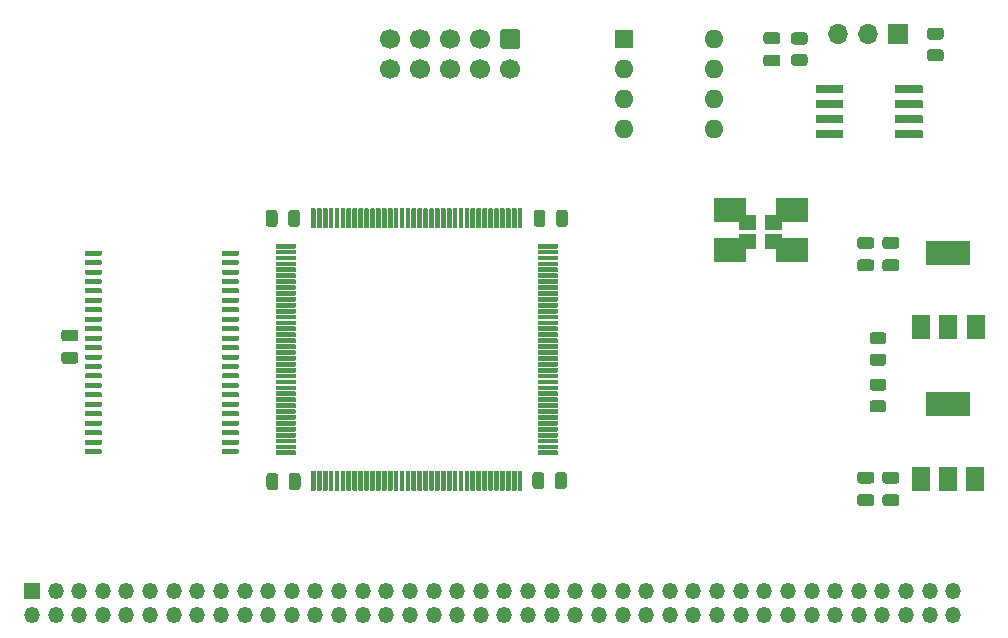
<source format=gts>
G04 #@! TF.GenerationSoftware,KiCad,Pcbnew,(5.1.9)-1*
G04 #@! TF.CreationDate,2021-06-19T06:27:32+02:00*
G04 #@! TF.ProjectId,ZXUnCore,5a58556e-436f-4726-952e-6b696361645f,rev?*
G04 #@! TF.SameCoordinates,Original*
G04 #@! TF.FileFunction,Soldermask,Top*
G04 #@! TF.FilePolarity,Negative*
%FSLAX46Y46*%
G04 Gerber Fmt 4.6, Leading zero omitted, Abs format (unit mm)*
G04 Created by KiCad (PCBNEW (5.1.9)-1) date 2021-06-19 06:27:32*
%MOMM*%
%LPD*%
G01*
G04 APERTURE LIST*
%ADD10O,1.700000X1.700000*%
%ADD11R,1.700000X1.700000*%
%ADD12R,2.700000X2.100000*%
%ADD13C,1.700000*%
%ADD14O,1.350000X1.350000*%
%ADD15R,1.350000X1.350000*%
%ADD16R,1.500000X2.000000*%
%ADD17R,3.800000X2.000000*%
%ADD18O,1.600000X1.600000*%
%ADD19R,1.600000X1.600000*%
G04 APERTURE END LIST*
D10*
X172100000Y-66870000D03*
X174640000Y-66870000D03*
D11*
X177180000Y-66870000D03*
D12*
X168270000Y-81730000D03*
X162970000Y-81730000D03*
X162970000Y-85130000D03*
X168270000Y-85130000D03*
G36*
G01*
X169300002Y-67760000D02*
X168399998Y-67760000D01*
G75*
G02*
X168150000Y-67510002I0J249998D01*
G01*
X168150000Y-66984998D01*
G75*
G02*
X168399998Y-66735000I249998J0D01*
G01*
X169300002Y-66735000D01*
G75*
G02*
X169550000Y-66984998I0J-249998D01*
G01*
X169550000Y-67510002D01*
G75*
G02*
X169300002Y-67760000I-249998J0D01*
G01*
G37*
G36*
G01*
X169300002Y-69585000D02*
X168399998Y-69585000D01*
G75*
G02*
X168150000Y-69335002I0J249998D01*
G01*
X168150000Y-68809998D01*
G75*
G02*
X168399998Y-68560000I249998J0D01*
G01*
X169300002Y-68560000D01*
G75*
G02*
X169550000Y-68809998I0J-249998D01*
G01*
X169550000Y-69335002D01*
G75*
G02*
X169300002Y-69585000I-249998J0D01*
G01*
G37*
G36*
G01*
X179919998Y-68160000D02*
X180820002Y-68160000D01*
G75*
G02*
X181070000Y-68409998I0J-249998D01*
G01*
X181070000Y-68935002D01*
G75*
G02*
X180820002Y-69185000I-249998J0D01*
G01*
X179919998Y-69185000D01*
G75*
G02*
X179670000Y-68935002I0J249998D01*
G01*
X179670000Y-68409998D01*
G75*
G02*
X179919998Y-68160000I249998J0D01*
G01*
G37*
G36*
G01*
X179919998Y-66335000D02*
X180820002Y-66335000D01*
G75*
G02*
X181070000Y-66584998I0J-249998D01*
G01*
X181070000Y-67110002D01*
G75*
G02*
X180820002Y-67360000I-249998J0D01*
G01*
X179919998Y-67360000D01*
G75*
G02*
X179670000Y-67110002I0J249998D01*
G01*
X179670000Y-66584998D01*
G75*
G02*
X179919998Y-66335000I249998J0D01*
G01*
G37*
D13*
X134220000Y-69840000D03*
X136760000Y-69840000D03*
X139300000Y-69840000D03*
X141840000Y-69840000D03*
X144380000Y-69840000D03*
X134220000Y-67300000D03*
X136760000Y-67300000D03*
X139300000Y-67300000D03*
X141840000Y-67300000D03*
G36*
G01*
X143780000Y-66450000D02*
X144980000Y-66450000D01*
G75*
G02*
X145230000Y-66700000I0J-250000D01*
G01*
X145230000Y-67900000D01*
G75*
G02*
X144980000Y-68150000I-250000J0D01*
G01*
X143780000Y-68150000D01*
G75*
G02*
X143530000Y-67900000I0J250000D01*
G01*
X143530000Y-66700000D01*
G75*
G02*
X143780000Y-66450000I250000J0D01*
G01*
G37*
G36*
G01*
X167420800Y-83865000D02*
X167420800Y-85015000D01*
G75*
G02*
X167370000Y-85065800I-50800J0D01*
G01*
X165970000Y-85065800D01*
G75*
G02*
X165919200Y-85015000I0J50800D01*
G01*
X165919200Y-83865000D01*
G75*
G02*
X165970000Y-83814200I50800J0D01*
G01*
X167370000Y-83814200D01*
G75*
G02*
X167420800Y-83865000I0J-50800D01*
G01*
G37*
G36*
G01*
X165220800Y-83865000D02*
X165220800Y-85015000D01*
G75*
G02*
X165170000Y-85065800I-50800J0D01*
G01*
X163770000Y-85065800D01*
G75*
G02*
X163719200Y-85015000I0J50800D01*
G01*
X163719200Y-83865000D01*
G75*
G02*
X163770000Y-83814200I50800J0D01*
G01*
X165170000Y-83814200D01*
G75*
G02*
X165220800Y-83865000I0J-50800D01*
G01*
G37*
G36*
G01*
X165220800Y-82265000D02*
X165220800Y-83415000D01*
G75*
G02*
X165170000Y-83465800I-50800J0D01*
G01*
X163770000Y-83465800D01*
G75*
G02*
X163719200Y-83415000I0J50800D01*
G01*
X163719200Y-82265000D01*
G75*
G02*
X163770000Y-82214200I50800J0D01*
G01*
X165170000Y-82214200D01*
G75*
G02*
X165220800Y-82265000I0J-50800D01*
G01*
G37*
G36*
G01*
X167420800Y-82265000D02*
X167420800Y-83415000D01*
G75*
G02*
X167370000Y-83465800I-50800J0D01*
G01*
X165970000Y-83465800D01*
G75*
G02*
X165919200Y-83415000I0J50800D01*
G01*
X165919200Y-82265000D01*
G75*
G02*
X165970000Y-82214200I50800J0D01*
G01*
X167370000Y-82214200D01*
G75*
G02*
X167420800Y-82265000I0J-50800D01*
G01*
G37*
G36*
G01*
X177027900Y-71189400D02*
X179237700Y-71189400D01*
G75*
G02*
X179288500Y-71240200I0J-50800D01*
G01*
X179288500Y-71849800D01*
G75*
G02*
X179237700Y-71900600I-50800J0D01*
G01*
X177027900Y-71900600D01*
G75*
G02*
X176977100Y-71849800I0J50800D01*
G01*
X176977100Y-71240200D01*
G75*
G02*
X177027900Y-71189400I50800J0D01*
G01*
G37*
G36*
G01*
X177027900Y-72459400D02*
X179237700Y-72459400D01*
G75*
G02*
X179288500Y-72510200I0J-50800D01*
G01*
X179288500Y-73119800D01*
G75*
G02*
X179237700Y-73170600I-50800J0D01*
G01*
X177027900Y-73170600D01*
G75*
G02*
X176977100Y-73119800I0J50800D01*
G01*
X176977100Y-72510200D01*
G75*
G02*
X177027900Y-72459400I50800J0D01*
G01*
G37*
G36*
G01*
X177027900Y-73729400D02*
X179237700Y-73729400D01*
G75*
G02*
X179288500Y-73780200I0J-50800D01*
G01*
X179288500Y-74389800D01*
G75*
G02*
X179237700Y-74440600I-50800J0D01*
G01*
X177027900Y-74440600D01*
G75*
G02*
X176977100Y-74389800I0J50800D01*
G01*
X176977100Y-73780200D01*
G75*
G02*
X177027900Y-73729400I50800J0D01*
G01*
G37*
G36*
G01*
X177027900Y-74999400D02*
X179237700Y-74999400D01*
G75*
G02*
X179288500Y-75050200I0J-50800D01*
G01*
X179288500Y-75659800D01*
G75*
G02*
X179237700Y-75710600I-50800J0D01*
G01*
X177027900Y-75710600D01*
G75*
G02*
X176977100Y-75659800I0J50800D01*
G01*
X176977100Y-75050200D01*
G75*
G02*
X177027900Y-74999400I50800J0D01*
G01*
G37*
G36*
G01*
X170296900Y-74999400D02*
X172506700Y-74999400D01*
G75*
G02*
X172557500Y-75050200I0J-50800D01*
G01*
X172557500Y-75659800D01*
G75*
G02*
X172506700Y-75710600I-50800J0D01*
G01*
X170296900Y-75710600D01*
G75*
G02*
X170246100Y-75659800I0J50800D01*
G01*
X170246100Y-75050200D01*
G75*
G02*
X170296900Y-74999400I50800J0D01*
G01*
G37*
G36*
G01*
X170296900Y-73729400D02*
X172506700Y-73729400D01*
G75*
G02*
X172557500Y-73780200I0J-50800D01*
G01*
X172557500Y-74389800D01*
G75*
G02*
X172506700Y-74440600I-50800J0D01*
G01*
X170296900Y-74440600D01*
G75*
G02*
X170246100Y-74389800I0J50800D01*
G01*
X170246100Y-73780200D01*
G75*
G02*
X170296900Y-73729400I50800J0D01*
G01*
G37*
G36*
G01*
X170296900Y-72459400D02*
X172506700Y-72459400D01*
G75*
G02*
X172557500Y-72510200I0J-50800D01*
G01*
X172557500Y-73119800D01*
G75*
G02*
X172506700Y-73170600I-50800J0D01*
G01*
X170296900Y-73170600D01*
G75*
G02*
X170246100Y-73119800I0J50800D01*
G01*
X170246100Y-72510200D01*
G75*
G02*
X170296900Y-72459400I50800J0D01*
G01*
G37*
G36*
G01*
X170296900Y-71189400D02*
X172506700Y-71189400D01*
G75*
G02*
X172557500Y-71240200I0J-50800D01*
G01*
X172557500Y-71849800D01*
G75*
G02*
X172506700Y-71900600I-50800J0D01*
G01*
X170296900Y-71900600D01*
G75*
G02*
X170246100Y-71849800I0J50800D01*
G01*
X170246100Y-71240200D01*
G75*
G02*
X170296900Y-71189400I50800J0D01*
G01*
G37*
D14*
X181886000Y-116046000D03*
X181886000Y-114046000D03*
X179886000Y-116046000D03*
X179886000Y-114046000D03*
X177886000Y-116046000D03*
X177886000Y-114046000D03*
X175886000Y-116046000D03*
X175886000Y-114046000D03*
X173886000Y-116046000D03*
X173886000Y-114046000D03*
X171886000Y-116046000D03*
X171886000Y-114046000D03*
X169886000Y-116046000D03*
X169886000Y-114046000D03*
X167886000Y-116046000D03*
X167886000Y-114046000D03*
X165886000Y-116046000D03*
X165886000Y-114046000D03*
X163886000Y-116046000D03*
X163886000Y-114046000D03*
X161886000Y-116046000D03*
X161886000Y-114046000D03*
X159886000Y-116046000D03*
X159886000Y-114046000D03*
X157886000Y-116046000D03*
X157886000Y-114046000D03*
X155886000Y-116046000D03*
X155886000Y-114046000D03*
X153886000Y-116046000D03*
X153886000Y-114046000D03*
X151886000Y-116046000D03*
X151886000Y-114046000D03*
X149886000Y-116046000D03*
X149886000Y-114046000D03*
X147886000Y-116046000D03*
X147886000Y-114046000D03*
X145886000Y-116046000D03*
X145886000Y-114046000D03*
X143886000Y-116046000D03*
X143886000Y-114046000D03*
X141886000Y-116046000D03*
X141886000Y-114046000D03*
X139886000Y-116046000D03*
X139886000Y-114046000D03*
X137886000Y-116046000D03*
X137886000Y-114046000D03*
X135886000Y-116046000D03*
X135886000Y-114046000D03*
X133886000Y-116046000D03*
X133886000Y-114046000D03*
X131886000Y-116046000D03*
X131886000Y-114046000D03*
X129886000Y-116046000D03*
X129886000Y-114046000D03*
X127886000Y-116046000D03*
X127886000Y-114046000D03*
X125886000Y-116046000D03*
X125886000Y-114046000D03*
X123886000Y-116046000D03*
X123886000Y-114046000D03*
X121886000Y-116046000D03*
X121886000Y-114046000D03*
X119886000Y-116046000D03*
X119886000Y-114046000D03*
X117886000Y-116046000D03*
X117886000Y-114046000D03*
X115886000Y-116046000D03*
X115886000Y-114046000D03*
X113886000Y-116046000D03*
X113886000Y-114046000D03*
X111886000Y-116046000D03*
X111886000Y-114046000D03*
X109886000Y-116046000D03*
X109886000Y-114046000D03*
X107886000Y-116046000D03*
X107886000Y-114046000D03*
X105886000Y-116046000D03*
X105886000Y-114046000D03*
X103886000Y-116046000D03*
D15*
X103886000Y-114046000D03*
G36*
G01*
X127860930Y-105533491D02*
X127560930Y-105533491D01*
G75*
G02*
X127510130Y-105482691I0J50800D01*
G01*
X127510130Y-103882691D01*
G75*
G02*
X127560930Y-103831891I50800J0D01*
G01*
X127860930Y-103831891D01*
G75*
G02*
X127911730Y-103882691I0J-50800D01*
G01*
X127911730Y-105482691D01*
G75*
G02*
X127860930Y-105533491I-50800J0D01*
G01*
G37*
G36*
G01*
X128360930Y-105533491D02*
X128060930Y-105533491D01*
G75*
G02*
X128010130Y-105482691I0J50800D01*
G01*
X128010130Y-103882691D01*
G75*
G02*
X128060930Y-103831891I50800J0D01*
G01*
X128360930Y-103831891D01*
G75*
G02*
X128411730Y-103882691I0J-50800D01*
G01*
X128411730Y-105482691D01*
G75*
G02*
X128360930Y-105533491I-50800J0D01*
G01*
G37*
G36*
G01*
X128860930Y-105533491D02*
X128560930Y-105533491D01*
G75*
G02*
X128510130Y-105482691I0J50800D01*
G01*
X128510130Y-103882691D01*
G75*
G02*
X128560930Y-103831891I50800J0D01*
G01*
X128860930Y-103831891D01*
G75*
G02*
X128911730Y-103882691I0J-50800D01*
G01*
X128911730Y-105482691D01*
G75*
G02*
X128860930Y-105533491I-50800J0D01*
G01*
G37*
G36*
G01*
X129360930Y-105533491D02*
X129060930Y-105533491D01*
G75*
G02*
X129010130Y-105482691I0J50800D01*
G01*
X129010130Y-103882691D01*
G75*
G02*
X129060930Y-103831891I50800J0D01*
G01*
X129360930Y-103831891D01*
G75*
G02*
X129411730Y-103882691I0J-50800D01*
G01*
X129411730Y-105482691D01*
G75*
G02*
X129360930Y-105533491I-50800J0D01*
G01*
G37*
G36*
G01*
X129860930Y-105533491D02*
X129560930Y-105533491D01*
G75*
G02*
X129510130Y-105482691I0J50800D01*
G01*
X129510130Y-103882691D01*
G75*
G02*
X129560930Y-103831891I50800J0D01*
G01*
X129860930Y-103831891D01*
G75*
G02*
X129911730Y-103882691I0J-50800D01*
G01*
X129911730Y-105482691D01*
G75*
G02*
X129860930Y-105533491I-50800J0D01*
G01*
G37*
G36*
G01*
X130360930Y-105533491D02*
X130060930Y-105533491D01*
G75*
G02*
X130010130Y-105482691I0J50800D01*
G01*
X130010130Y-103882691D01*
G75*
G02*
X130060930Y-103831891I50800J0D01*
G01*
X130360930Y-103831891D01*
G75*
G02*
X130411730Y-103882691I0J-50800D01*
G01*
X130411730Y-105482691D01*
G75*
G02*
X130360930Y-105533491I-50800J0D01*
G01*
G37*
G36*
G01*
X130860930Y-105533491D02*
X130560930Y-105533491D01*
G75*
G02*
X130510130Y-105482691I0J50800D01*
G01*
X130510130Y-103882691D01*
G75*
G02*
X130560930Y-103831891I50800J0D01*
G01*
X130860930Y-103831891D01*
G75*
G02*
X130911730Y-103882691I0J-50800D01*
G01*
X130911730Y-105482691D01*
G75*
G02*
X130860930Y-105533491I-50800J0D01*
G01*
G37*
G36*
G01*
X131360930Y-105533491D02*
X131060930Y-105533491D01*
G75*
G02*
X131010130Y-105482691I0J50800D01*
G01*
X131010130Y-103882691D01*
G75*
G02*
X131060930Y-103831891I50800J0D01*
G01*
X131360930Y-103831891D01*
G75*
G02*
X131411730Y-103882691I0J-50800D01*
G01*
X131411730Y-105482691D01*
G75*
G02*
X131360930Y-105533491I-50800J0D01*
G01*
G37*
G36*
G01*
X131860930Y-105533491D02*
X131560930Y-105533491D01*
G75*
G02*
X131510130Y-105482691I0J50800D01*
G01*
X131510130Y-103882691D01*
G75*
G02*
X131560930Y-103831891I50800J0D01*
G01*
X131860930Y-103831891D01*
G75*
G02*
X131911730Y-103882691I0J-50800D01*
G01*
X131911730Y-105482691D01*
G75*
G02*
X131860930Y-105533491I-50800J0D01*
G01*
G37*
G36*
G01*
X132360930Y-105533491D02*
X132060930Y-105533491D01*
G75*
G02*
X132010130Y-105482691I0J50800D01*
G01*
X132010130Y-103882691D01*
G75*
G02*
X132060930Y-103831891I50800J0D01*
G01*
X132360930Y-103831891D01*
G75*
G02*
X132411730Y-103882691I0J-50800D01*
G01*
X132411730Y-105482691D01*
G75*
G02*
X132360930Y-105533491I-50800J0D01*
G01*
G37*
G36*
G01*
X132860930Y-105533491D02*
X132560930Y-105533491D01*
G75*
G02*
X132510130Y-105482691I0J50800D01*
G01*
X132510130Y-103882691D01*
G75*
G02*
X132560930Y-103831891I50800J0D01*
G01*
X132860930Y-103831891D01*
G75*
G02*
X132911730Y-103882691I0J-50800D01*
G01*
X132911730Y-105482691D01*
G75*
G02*
X132860930Y-105533491I-50800J0D01*
G01*
G37*
G36*
G01*
X133360930Y-105533491D02*
X133060930Y-105533491D01*
G75*
G02*
X133010130Y-105482691I0J50800D01*
G01*
X133010130Y-103882691D01*
G75*
G02*
X133060930Y-103831891I50800J0D01*
G01*
X133360930Y-103831891D01*
G75*
G02*
X133411730Y-103882691I0J-50800D01*
G01*
X133411730Y-105482691D01*
G75*
G02*
X133360930Y-105533491I-50800J0D01*
G01*
G37*
G36*
G01*
X133860930Y-105533491D02*
X133560930Y-105533491D01*
G75*
G02*
X133510130Y-105482691I0J50800D01*
G01*
X133510130Y-103882691D01*
G75*
G02*
X133560930Y-103831891I50800J0D01*
G01*
X133860930Y-103831891D01*
G75*
G02*
X133911730Y-103882691I0J-50800D01*
G01*
X133911730Y-105482691D01*
G75*
G02*
X133860930Y-105533491I-50800J0D01*
G01*
G37*
G36*
G01*
X134360930Y-105533491D02*
X134060930Y-105533491D01*
G75*
G02*
X134010130Y-105482691I0J50800D01*
G01*
X134010130Y-103882691D01*
G75*
G02*
X134060930Y-103831891I50800J0D01*
G01*
X134360930Y-103831891D01*
G75*
G02*
X134411730Y-103882691I0J-50800D01*
G01*
X134411730Y-105482691D01*
G75*
G02*
X134360930Y-105533491I-50800J0D01*
G01*
G37*
G36*
G01*
X134860930Y-105533491D02*
X134560930Y-105533491D01*
G75*
G02*
X134510130Y-105482691I0J50800D01*
G01*
X134510130Y-103882691D01*
G75*
G02*
X134560930Y-103831891I50800J0D01*
G01*
X134860930Y-103831891D01*
G75*
G02*
X134911730Y-103882691I0J-50800D01*
G01*
X134911730Y-105482691D01*
G75*
G02*
X134860930Y-105533491I-50800J0D01*
G01*
G37*
G36*
G01*
X135360930Y-105533491D02*
X135060930Y-105533491D01*
G75*
G02*
X135010130Y-105482691I0J50800D01*
G01*
X135010130Y-103882691D01*
G75*
G02*
X135060930Y-103831891I50800J0D01*
G01*
X135360930Y-103831891D01*
G75*
G02*
X135411730Y-103882691I0J-50800D01*
G01*
X135411730Y-105482691D01*
G75*
G02*
X135360930Y-105533491I-50800J0D01*
G01*
G37*
G36*
G01*
X135860930Y-105533491D02*
X135560930Y-105533491D01*
G75*
G02*
X135510130Y-105482691I0J50800D01*
G01*
X135510130Y-103882691D01*
G75*
G02*
X135560930Y-103831891I50800J0D01*
G01*
X135860930Y-103831891D01*
G75*
G02*
X135911730Y-103882691I0J-50800D01*
G01*
X135911730Y-105482691D01*
G75*
G02*
X135860930Y-105533491I-50800J0D01*
G01*
G37*
G36*
G01*
X136360930Y-105533491D02*
X136060930Y-105533491D01*
G75*
G02*
X136010130Y-105482691I0J50800D01*
G01*
X136010130Y-103882691D01*
G75*
G02*
X136060930Y-103831891I50800J0D01*
G01*
X136360930Y-103831891D01*
G75*
G02*
X136411730Y-103882691I0J-50800D01*
G01*
X136411730Y-105482691D01*
G75*
G02*
X136360930Y-105533491I-50800J0D01*
G01*
G37*
G36*
G01*
X136860930Y-105533491D02*
X136560930Y-105533491D01*
G75*
G02*
X136510130Y-105482691I0J50800D01*
G01*
X136510130Y-103882691D01*
G75*
G02*
X136560930Y-103831891I50800J0D01*
G01*
X136860930Y-103831891D01*
G75*
G02*
X136911730Y-103882691I0J-50800D01*
G01*
X136911730Y-105482691D01*
G75*
G02*
X136860930Y-105533491I-50800J0D01*
G01*
G37*
G36*
G01*
X137360930Y-105533491D02*
X137060930Y-105533491D01*
G75*
G02*
X137010130Y-105482691I0J50800D01*
G01*
X137010130Y-103882691D01*
G75*
G02*
X137060930Y-103831891I50800J0D01*
G01*
X137360930Y-103831891D01*
G75*
G02*
X137411730Y-103882691I0J-50800D01*
G01*
X137411730Y-105482691D01*
G75*
G02*
X137360930Y-105533491I-50800J0D01*
G01*
G37*
G36*
G01*
X137860930Y-105533491D02*
X137560930Y-105533491D01*
G75*
G02*
X137510130Y-105482691I0J50800D01*
G01*
X137510130Y-103882691D01*
G75*
G02*
X137560930Y-103831891I50800J0D01*
G01*
X137860930Y-103831891D01*
G75*
G02*
X137911730Y-103882691I0J-50800D01*
G01*
X137911730Y-105482691D01*
G75*
G02*
X137860930Y-105533491I-50800J0D01*
G01*
G37*
G36*
G01*
X138360930Y-105533491D02*
X138060930Y-105533491D01*
G75*
G02*
X138010130Y-105482691I0J50800D01*
G01*
X138010130Y-103882691D01*
G75*
G02*
X138060930Y-103831891I50800J0D01*
G01*
X138360930Y-103831891D01*
G75*
G02*
X138411730Y-103882691I0J-50800D01*
G01*
X138411730Y-105482691D01*
G75*
G02*
X138360930Y-105533491I-50800J0D01*
G01*
G37*
G36*
G01*
X138860930Y-105533491D02*
X138560930Y-105533491D01*
G75*
G02*
X138510130Y-105482691I0J50800D01*
G01*
X138510130Y-103882691D01*
G75*
G02*
X138560930Y-103831891I50800J0D01*
G01*
X138860930Y-103831891D01*
G75*
G02*
X138911730Y-103882691I0J-50800D01*
G01*
X138911730Y-105482691D01*
G75*
G02*
X138860930Y-105533491I-50800J0D01*
G01*
G37*
G36*
G01*
X139360930Y-105533491D02*
X139060930Y-105533491D01*
G75*
G02*
X139010130Y-105482691I0J50800D01*
G01*
X139010130Y-103882691D01*
G75*
G02*
X139060930Y-103831891I50800J0D01*
G01*
X139360930Y-103831891D01*
G75*
G02*
X139411730Y-103882691I0J-50800D01*
G01*
X139411730Y-105482691D01*
G75*
G02*
X139360930Y-105533491I-50800J0D01*
G01*
G37*
G36*
G01*
X139860930Y-105533491D02*
X139560930Y-105533491D01*
G75*
G02*
X139510130Y-105482691I0J50800D01*
G01*
X139510130Y-103882691D01*
G75*
G02*
X139560930Y-103831891I50800J0D01*
G01*
X139860930Y-103831891D01*
G75*
G02*
X139911730Y-103882691I0J-50800D01*
G01*
X139911730Y-105482691D01*
G75*
G02*
X139860930Y-105533491I-50800J0D01*
G01*
G37*
G36*
G01*
X140360930Y-105533491D02*
X140060930Y-105533491D01*
G75*
G02*
X140010130Y-105482691I0J50800D01*
G01*
X140010130Y-103882691D01*
G75*
G02*
X140060930Y-103831891I50800J0D01*
G01*
X140360930Y-103831891D01*
G75*
G02*
X140411730Y-103882691I0J-50800D01*
G01*
X140411730Y-105482691D01*
G75*
G02*
X140360930Y-105533491I-50800J0D01*
G01*
G37*
G36*
G01*
X140860930Y-105533491D02*
X140560930Y-105533491D01*
G75*
G02*
X140510130Y-105482691I0J50800D01*
G01*
X140510130Y-103882691D01*
G75*
G02*
X140560930Y-103831891I50800J0D01*
G01*
X140860930Y-103831891D01*
G75*
G02*
X140911730Y-103882691I0J-50800D01*
G01*
X140911730Y-105482691D01*
G75*
G02*
X140860930Y-105533491I-50800J0D01*
G01*
G37*
G36*
G01*
X141360930Y-105533491D02*
X141060930Y-105533491D01*
G75*
G02*
X141010130Y-105482691I0J50800D01*
G01*
X141010130Y-103882691D01*
G75*
G02*
X141060930Y-103831891I50800J0D01*
G01*
X141360930Y-103831891D01*
G75*
G02*
X141411730Y-103882691I0J-50800D01*
G01*
X141411730Y-105482691D01*
G75*
G02*
X141360930Y-105533491I-50800J0D01*
G01*
G37*
G36*
G01*
X141860930Y-105533491D02*
X141560930Y-105533491D01*
G75*
G02*
X141510130Y-105482691I0J50800D01*
G01*
X141510130Y-103882691D01*
G75*
G02*
X141560930Y-103831891I50800J0D01*
G01*
X141860930Y-103831891D01*
G75*
G02*
X141911730Y-103882691I0J-50800D01*
G01*
X141911730Y-105482691D01*
G75*
G02*
X141860930Y-105533491I-50800J0D01*
G01*
G37*
G36*
G01*
X142360930Y-105533491D02*
X142060930Y-105533491D01*
G75*
G02*
X142010130Y-105482691I0J50800D01*
G01*
X142010130Y-103882691D01*
G75*
G02*
X142060930Y-103831891I50800J0D01*
G01*
X142360930Y-103831891D01*
G75*
G02*
X142411730Y-103882691I0J-50800D01*
G01*
X142411730Y-105482691D01*
G75*
G02*
X142360930Y-105533491I-50800J0D01*
G01*
G37*
G36*
G01*
X142860930Y-105533491D02*
X142560930Y-105533491D01*
G75*
G02*
X142510130Y-105482691I0J50800D01*
G01*
X142510130Y-103882691D01*
G75*
G02*
X142560930Y-103831891I50800J0D01*
G01*
X142860930Y-103831891D01*
G75*
G02*
X142911730Y-103882691I0J-50800D01*
G01*
X142911730Y-105482691D01*
G75*
G02*
X142860930Y-105533491I-50800J0D01*
G01*
G37*
G36*
G01*
X143360930Y-105533491D02*
X143060930Y-105533491D01*
G75*
G02*
X143010130Y-105482691I0J50800D01*
G01*
X143010130Y-103882691D01*
G75*
G02*
X143060930Y-103831891I50800J0D01*
G01*
X143360930Y-103831891D01*
G75*
G02*
X143411730Y-103882691I0J-50800D01*
G01*
X143411730Y-105482691D01*
G75*
G02*
X143360930Y-105533491I-50800J0D01*
G01*
G37*
G36*
G01*
X143860930Y-105533491D02*
X143560930Y-105533491D01*
G75*
G02*
X143510130Y-105482691I0J50800D01*
G01*
X143510130Y-103882691D01*
G75*
G02*
X143560930Y-103831891I50800J0D01*
G01*
X143860930Y-103831891D01*
G75*
G02*
X143911730Y-103882691I0J-50800D01*
G01*
X143911730Y-105482691D01*
G75*
G02*
X143860930Y-105533491I-50800J0D01*
G01*
G37*
G36*
G01*
X144360930Y-105533491D02*
X144060930Y-105533491D01*
G75*
G02*
X144010130Y-105482691I0J50800D01*
G01*
X144010130Y-103882691D01*
G75*
G02*
X144060930Y-103831891I50800J0D01*
G01*
X144360930Y-103831891D01*
G75*
G02*
X144411730Y-103882691I0J-50800D01*
G01*
X144411730Y-105482691D01*
G75*
G02*
X144360930Y-105533491I-50800J0D01*
G01*
G37*
G36*
G01*
X144860930Y-105533491D02*
X144560930Y-105533491D01*
G75*
G02*
X144510130Y-105482691I0J50800D01*
G01*
X144510130Y-103882691D01*
G75*
G02*
X144560930Y-103831891I50800J0D01*
G01*
X144860930Y-103831891D01*
G75*
G02*
X144911730Y-103882691I0J-50800D01*
G01*
X144911730Y-105482691D01*
G75*
G02*
X144860930Y-105533491I-50800J0D01*
G01*
G37*
G36*
G01*
X145360930Y-105533491D02*
X145060930Y-105533491D01*
G75*
G02*
X145010130Y-105482691I0J50800D01*
G01*
X145010130Y-103882691D01*
G75*
G02*
X145060930Y-103831891I50800J0D01*
G01*
X145360930Y-103831891D01*
G75*
G02*
X145411730Y-103882691I0J-50800D01*
G01*
X145411730Y-105482691D01*
G75*
G02*
X145360930Y-105533491I-50800J0D01*
G01*
G37*
G36*
G01*
X148411730Y-102182691D02*
X148411730Y-102482691D01*
G75*
G02*
X148360930Y-102533491I-50800J0D01*
G01*
X146760930Y-102533491D01*
G75*
G02*
X146710130Y-102482691I0J50800D01*
G01*
X146710130Y-102182691D01*
G75*
G02*
X146760930Y-102131891I50800J0D01*
G01*
X148360930Y-102131891D01*
G75*
G02*
X148411730Y-102182691I0J-50800D01*
G01*
G37*
G36*
G01*
X148411730Y-101682691D02*
X148411730Y-101982691D01*
G75*
G02*
X148360930Y-102033491I-50800J0D01*
G01*
X146760930Y-102033491D01*
G75*
G02*
X146710130Y-101982691I0J50800D01*
G01*
X146710130Y-101682691D01*
G75*
G02*
X146760930Y-101631891I50800J0D01*
G01*
X148360930Y-101631891D01*
G75*
G02*
X148411730Y-101682691I0J-50800D01*
G01*
G37*
G36*
G01*
X148411730Y-101182691D02*
X148411730Y-101482691D01*
G75*
G02*
X148360930Y-101533491I-50800J0D01*
G01*
X146760930Y-101533491D01*
G75*
G02*
X146710130Y-101482691I0J50800D01*
G01*
X146710130Y-101182691D01*
G75*
G02*
X146760930Y-101131891I50800J0D01*
G01*
X148360930Y-101131891D01*
G75*
G02*
X148411730Y-101182691I0J-50800D01*
G01*
G37*
G36*
G01*
X148411730Y-100682691D02*
X148411730Y-100982691D01*
G75*
G02*
X148360930Y-101033491I-50800J0D01*
G01*
X146760930Y-101033491D01*
G75*
G02*
X146710130Y-100982691I0J50800D01*
G01*
X146710130Y-100682691D01*
G75*
G02*
X146760930Y-100631891I50800J0D01*
G01*
X148360930Y-100631891D01*
G75*
G02*
X148411730Y-100682691I0J-50800D01*
G01*
G37*
G36*
G01*
X148411730Y-100182691D02*
X148411730Y-100482691D01*
G75*
G02*
X148360930Y-100533491I-50800J0D01*
G01*
X146760930Y-100533491D01*
G75*
G02*
X146710130Y-100482691I0J50800D01*
G01*
X146710130Y-100182691D01*
G75*
G02*
X146760930Y-100131891I50800J0D01*
G01*
X148360930Y-100131891D01*
G75*
G02*
X148411730Y-100182691I0J-50800D01*
G01*
G37*
G36*
G01*
X148411730Y-99682691D02*
X148411730Y-99982691D01*
G75*
G02*
X148360930Y-100033491I-50800J0D01*
G01*
X146760930Y-100033491D01*
G75*
G02*
X146710130Y-99982691I0J50800D01*
G01*
X146710130Y-99682691D01*
G75*
G02*
X146760930Y-99631891I50800J0D01*
G01*
X148360930Y-99631891D01*
G75*
G02*
X148411730Y-99682691I0J-50800D01*
G01*
G37*
G36*
G01*
X148411730Y-99182691D02*
X148411730Y-99482691D01*
G75*
G02*
X148360930Y-99533491I-50800J0D01*
G01*
X146760930Y-99533491D01*
G75*
G02*
X146710130Y-99482691I0J50800D01*
G01*
X146710130Y-99182691D01*
G75*
G02*
X146760930Y-99131891I50800J0D01*
G01*
X148360930Y-99131891D01*
G75*
G02*
X148411730Y-99182691I0J-50800D01*
G01*
G37*
G36*
G01*
X148411730Y-98682691D02*
X148411730Y-98982691D01*
G75*
G02*
X148360930Y-99033491I-50800J0D01*
G01*
X146760930Y-99033491D01*
G75*
G02*
X146710130Y-98982691I0J50800D01*
G01*
X146710130Y-98682691D01*
G75*
G02*
X146760930Y-98631891I50800J0D01*
G01*
X148360930Y-98631891D01*
G75*
G02*
X148411730Y-98682691I0J-50800D01*
G01*
G37*
G36*
G01*
X148411730Y-98182691D02*
X148411730Y-98482691D01*
G75*
G02*
X148360930Y-98533491I-50800J0D01*
G01*
X146760930Y-98533491D01*
G75*
G02*
X146710130Y-98482691I0J50800D01*
G01*
X146710130Y-98182691D01*
G75*
G02*
X146760930Y-98131891I50800J0D01*
G01*
X148360930Y-98131891D01*
G75*
G02*
X148411730Y-98182691I0J-50800D01*
G01*
G37*
G36*
G01*
X148411730Y-97682691D02*
X148411730Y-97982691D01*
G75*
G02*
X148360930Y-98033491I-50800J0D01*
G01*
X146760930Y-98033491D01*
G75*
G02*
X146710130Y-97982691I0J50800D01*
G01*
X146710130Y-97682691D01*
G75*
G02*
X146760930Y-97631891I50800J0D01*
G01*
X148360930Y-97631891D01*
G75*
G02*
X148411730Y-97682691I0J-50800D01*
G01*
G37*
G36*
G01*
X148411730Y-97182691D02*
X148411730Y-97482691D01*
G75*
G02*
X148360930Y-97533491I-50800J0D01*
G01*
X146760930Y-97533491D01*
G75*
G02*
X146710130Y-97482691I0J50800D01*
G01*
X146710130Y-97182691D01*
G75*
G02*
X146760930Y-97131891I50800J0D01*
G01*
X148360930Y-97131891D01*
G75*
G02*
X148411730Y-97182691I0J-50800D01*
G01*
G37*
G36*
G01*
X148411730Y-96682691D02*
X148411730Y-96982691D01*
G75*
G02*
X148360930Y-97033491I-50800J0D01*
G01*
X146760930Y-97033491D01*
G75*
G02*
X146710130Y-96982691I0J50800D01*
G01*
X146710130Y-96682691D01*
G75*
G02*
X146760930Y-96631891I50800J0D01*
G01*
X148360930Y-96631891D01*
G75*
G02*
X148411730Y-96682691I0J-50800D01*
G01*
G37*
G36*
G01*
X148411730Y-96182691D02*
X148411730Y-96482691D01*
G75*
G02*
X148360930Y-96533491I-50800J0D01*
G01*
X146760930Y-96533491D01*
G75*
G02*
X146710130Y-96482691I0J50800D01*
G01*
X146710130Y-96182691D01*
G75*
G02*
X146760930Y-96131891I50800J0D01*
G01*
X148360930Y-96131891D01*
G75*
G02*
X148411730Y-96182691I0J-50800D01*
G01*
G37*
G36*
G01*
X148411730Y-95682691D02*
X148411730Y-95982691D01*
G75*
G02*
X148360930Y-96033491I-50800J0D01*
G01*
X146760930Y-96033491D01*
G75*
G02*
X146710130Y-95982691I0J50800D01*
G01*
X146710130Y-95682691D01*
G75*
G02*
X146760930Y-95631891I50800J0D01*
G01*
X148360930Y-95631891D01*
G75*
G02*
X148411730Y-95682691I0J-50800D01*
G01*
G37*
G36*
G01*
X148411730Y-95182691D02*
X148411730Y-95482691D01*
G75*
G02*
X148360930Y-95533491I-50800J0D01*
G01*
X146760930Y-95533491D01*
G75*
G02*
X146710130Y-95482691I0J50800D01*
G01*
X146710130Y-95182691D01*
G75*
G02*
X146760930Y-95131891I50800J0D01*
G01*
X148360930Y-95131891D01*
G75*
G02*
X148411730Y-95182691I0J-50800D01*
G01*
G37*
G36*
G01*
X148411730Y-94682691D02*
X148411730Y-94982691D01*
G75*
G02*
X148360930Y-95033491I-50800J0D01*
G01*
X146760930Y-95033491D01*
G75*
G02*
X146710130Y-94982691I0J50800D01*
G01*
X146710130Y-94682691D01*
G75*
G02*
X146760930Y-94631891I50800J0D01*
G01*
X148360930Y-94631891D01*
G75*
G02*
X148411730Y-94682691I0J-50800D01*
G01*
G37*
G36*
G01*
X148411730Y-94182691D02*
X148411730Y-94482691D01*
G75*
G02*
X148360930Y-94533491I-50800J0D01*
G01*
X146760930Y-94533491D01*
G75*
G02*
X146710130Y-94482691I0J50800D01*
G01*
X146710130Y-94182691D01*
G75*
G02*
X146760930Y-94131891I50800J0D01*
G01*
X148360930Y-94131891D01*
G75*
G02*
X148411730Y-94182691I0J-50800D01*
G01*
G37*
G36*
G01*
X148411730Y-93682691D02*
X148411730Y-93982691D01*
G75*
G02*
X148360930Y-94033491I-50800J0D01*
G01*
X146760930Y-94033491D01*
G75*
G02*
X146710130Y-93982691I0J50800D01*
G01*
X146710130Y-93682691D01*
G75*
G02*
X146760930Y-93631891I50800J0D01*
G01*
X148360930Y-93631891D01*
G75*
G02*
X148411730Y-93682691I0J-50800D01*
G01*
G37*
G36*
G01*
X148411730Y-93182691D02*
X148411730Y-93482691D01*
G75*
G02*
X148360930Y-93533491I-50800J0D01*
G01*
X146760930Y-93533491D01*
G75*
G02*
X146710130Y-93482691I0J50800D01*
G01*
X146710130Y-93182691D01*
G75*
G02*
X146760930Y-93131891I50800J0D01*
G01*
X148360930Y-93131891D01*
G75*
G02*
X148411730Y-93182691I0J-50800D01*
G01*
G37*
G36*
G01*
X148411730Y-92682691D02*
X148411730Y-92982691D01*
G75*
G02*
X148360930Y-93033491I-50800J0D01*
G01*
X146760930Y-93033491D01*
G75*
G02*
X146710130Y-92982691I0J50800D01*
G01*
X146710130Y-92682691D01*
G75*
G02*
X146760930Y-92631891I50800J0D01*
G01*
X148360930Y-92631891D01*
G75*
G02*
X148411730Y-92682691I0J-50800D01*
G01*
G37*
G36*
G01*
X148411730Y-92182691D02*
X148411730Y-92482691D01*
G75*
G02*
X148360930Y-92533491I-50800J0D01*
G01*
X146760930Y-92533491D01*
G75*
G02*
X146710130Y-92482691I0J50800D01*
G01*
X146710130Y-92182691D01*
G75*
G02*
X146760930Y-92131891I50800J0D01*
G01*
X148360930Y-92131891D01*
G75*
G02*
X148411730Y-92182691I0J-50800D01*
G01*
G37*
G36*
G01*
X148411730Y-91682691D02*
X148411730Y-91982691D01*
G75*
G02*
X148360930Y-92033491I-50800J0D01*
G01*
X146760930Y-92033491D01*
G75*
G02*
X146710130Y-91982691I0J50800D01*
G01*
X146710130Y-91682691D01*
G75*
G02*
X146760930Y-91631891I50800J0D01*
G01*
X148360930Y-91631891D01*
G75*
G02*
X148411730Y-91682691I0J-50800D01*
G01*
G37*
G36*
G01*
X148411730Y-91182691D02*
X148411730Y-91482691D01*
G75*
G02*
X148360930Y-91533491I-50800J0D01*
G01*
X146760930Y-91533491D01*
G75*
G02*
X146710130Y-91482691I0J50800D01*
G01*
X146710130Y-91182691D01*
G75*
G02*
X146760930Y-91131891I50800J0D01*
G01*
X148360930Y-91131891D01*
G75*
G02*
X148411730Y-91182691I0J-50800D01*
G01*
G37*
G36*
G01*
X148411730Y-90682691D02*
X148411730Y-90982691D01*
G75*
G02*
X148360930Y-91033491I-50800J0D01*
G01*
X146760930Y-91033491D01*
G75*
G02*
X146710130Y-90982691I0J50800D01*
G01*
X146710130Y-90682691D01*
G75*
G02*
X146760930Y-90631891I50800J0D01*
G01*
X148360930Y-90631891D01*
G75*
G02*
X148411730Y-90682691I0J-50800D01*
G01*
G37*
G36*
G01*
X148411730Y-90182691D02*
X148411730Y-90482691D01*
G75*
G02*
X148360930Y-90533491I-50800J0D01*
G01*
X146760930Y-90533491D01*
G75*
G02*
X146710130Y-90482691I0J50800D01*
G01*
X146710130Y-90182691D01*
G75*
G02*
X146760930Y-90131891I50800J0D01*
G01*
X148360930Y-90131891D01*
G75*
G02*
X148411730Y-90182691I0J-50800D01*
G01*
G37*
G36*
G01*
X148411730Y-89682691D02*
X148411730Y-89982691D01*
G75*
G02*
X148360930Y-90033491I-50800J0D01*
G01*
X146760930Y-90033491D01*
G75*
G02*
X146710130Y-89982691I0J50800D01*
G01*
X146710130Y-89682691D01*
G75*
G02*
X146760930Y-89631891I50800J0D01*
G01*
X148360930Y-89631891D01*
G75*
G02*
X148411730Y-89682691I0J-50800D01*
G01*
G37*
G36*
G01*
X148411730Y-89182691D02*
X148411730Y-89482691D01*
G75*
G02*
X148360930Y-89533491I-50800J0D01*
G01*
X146760930Y-89533491D01*
G75*
G02*
X146710130Y-89482691I0J50800D01*
G01*
X146710130Y-89182691D01*
G75*
G02*
X146760930Y-89131891I50800J0D01*
G01*
X148360930Y-89131891D01*
G75*
G02*
X148411730Y-89182691I0J-50800D01*
G01*
G37*
G36*
G01*
X148411730Y-88682691D02*
X148411730Y-88982691D01*
G75*
G02*
X148360930Y-89033491I-50800J0D01*
G01*
X146760930Y-89033491D01*
G75*
G02*
X146710130Y-88982691I0J50800D01*
G01*
X146710130Y-88682691D01*
G75*
G02*
X146760930Y-88631891I50800J0D01*
G01*
X148360930Y-88631891D01*
G75*
G02*
X148411730Y-88682691I0J-50800D01*
G01*
G37*
G36*
G01*
X148411730Y-88182691D02*
X148411730Y-88482691D01*
G75*
G02*
X148360930Y-88533491I-50800J0D01*
G01*
X146760930Y-88533491D01*
G75*
G02*
X146710130Y-88482691I0J50800D01*
G01*
X146710130Y-88182691D01*
G75*
G02*
X146760930Y-88131891I50800J0D01*
G01*
X148360930Y-88131891D01*
G75*
G02*
X148411730Y-88182691I0J-50800D01*
G01*
G37*
G36*
G01*
X148411730Y-87682691D02*
X148411730Y-87982691D01*
G75*
G02*
X148360930Y-88033491I-50800J0D01*
G01*
X146760930Y-88033491D01*
G75*
G02*
X146710130Y-87982691I0J50800D01*
G01*
X146710130Y-87682691D01*
G75*
G02*
X146760930Y-87631891I50800J0D01*
G01*
X148360930Y-87631891D01*
G75*
G02*
X148411730Y-87682691I0J-50800D01*
G01*
G37*
G36*
G01*
X148411730Y-87182691D02*
X148411730Y-87482691D01*
G75*
G02*
X148360930Y-87533491I-50800J0D01*
G01*
X146760930Y-87533491D01*
G75*
G02*
X146710130Y-87482691I0J50800D01*
G01*
X146710130Y-87182691D01*
G75*
G02*
X146760930Y-87131891I50800J0D01*
G01*
X148360930Y-87131891D01*
G75*
G02*
X148411730Y-87182691I0J-50800D01*
G01*
G37*
G36*
G01*
X148411730Y-86682691D02*
X148411730Y-86982691D01*
G75*
G02*
X148360930Y-87033491I-50800J0D01*
G01*
X146760930Y-87033491D01*
G75*
G02*
X146710130Y-86982691I0J50800D01*
G01*
X146710130Y-86682691D01*
G75*
G02*
X146760930Y-86631891I50800J0D01*
G01*
X148360930Y-86631891D01*
G75*
G02*
X148411730Y-86682691I0J-50800D01*
G01*
G37*
G36*
G01*
X148411730Y-86182691D02*
X148411730Y-86482691D01*
G75*
G02*
X148360930Y-86533491I-50800J0D01*
G01*
X146760930Y-86533491D01*
G75*
G02*
X146710130Y-86482691I0J50800D01*
G01*
X146710130Y-86182691D01*
G75*
G02*
X146760930Y-86131891I50800J0D01*
G01*
X148360930Y-86131891D01*
G75*
G02*
X148411730Y-86182691I0J-50800D01*
G01*
G37*
G36*
G01*
X148411730Y-85682691D02*
X148411730Y-85982691D01*
G75*
G02*
X148360930Y-86033491I-50800J0D01*
G01*
X146760930Y-86033491D01*
G75*
G02*
X146710130Y-85982691I0J50800D01*
G01*
X146710130Y-85682691D01*
G75*
G02*
X146760930Y-85631891I50800J0D01*
G01*
X148360930Y-85631891D01*
G75*
G02*
X148411730Y-85682691I0J-50800D01*
G01*
G37*
G36*
G01*
X148411730Y-85182691D02*
X148411730Y-85482691D01*
G75*
G02*
X148360930Y-85533491I-50800J0D01*
G01*
X146760930Y-85533491D01*
G75*
G02*
X146710130Y-85482691I0J50800D01*
G01*
X146710130Y-85182691D01*
G75*
G02*
X146760930Y-85131891I50800J0D01*
G01*
X148360930Y-85131891D01*
G75*
G02*
X148411730Y-85182691I0J-50800D01*
G01*
G37*
G36*
G01*
X148411730Y-84682691D02*
X148411730Y-84982691D01*
G75*
G02*
X148360930Y-85033491I-50800J0D01*
G01*
X146760930Y-85033491D01*
G75*
G02*
X146710130Y-84982691I0J50800D01*
G01*
X146710130Y-84682691D01*
G75*
G02*
X146760930Y-84631891I50800J0D01*
G01*
X148360930Y-84631891D01*
G75*
G02*
X148411730Y-84682691I0J-50800D01*
G01*
G37*
G36*
G01*
X145360930Y-83333491D02*
X145060930Y-83333491D01*
G75*
G02*
X145010130Y-83282691I0J50800D01*
G01*
X145010130Y-81682691D01*
G75*
G02*
X145060930Y-81631891I50800J0D01*
G01*
X145360930Y-81631891D01*
G75*
G02*
X145411730Y-81682691I0J-50800D01*
G01*
X145411730Y-83282691D01*
G75*
G02*
X145360930Y-83333491I-50800J0D01*
G01*
G37*
G36*
G01*
X144860930Y-83333491D02*
X144560930Y-83333491D01*
G75*
G02*
X144510130Y-83282691I0J50800D01*
G01*
X144510130Y-81682691D01*
G75*
G02*
X144560930Y-81631891I50800J0D01*
G01*
X144860930Y-81631891D01*
G75*
G02*
X144911730Y-81682691I0J-50800D01*
G01*
X144911730Y-83282691D01*
G75*
G02*
X144860930Y-83333491I-50800J0D01*
G01*
G37*
G36*
G01*
X144360930Y-83333491D02*
X144060930Y-83333491D01*
G75*
G02*
X144010130Y-83282691I0J50800D01*
G01*
X144010130Y-81682691D01*
G75*
G02*
X144060930Y-81631891I50800J0D01*
G01*
X144360930Y-81631891D01*
G75*
G02*
X144411730Y-81682691I0J-50800D01*
G01*
X144411730Y-83282691D01*
G75*
G02*
X144360930Y-83333491I-50800J0D01*
G01*
G37*
G36*
G01*
X143860930Y-83333491D02*
X143560930Y-83333491D01*
G75*
G02*
X143510130Y-83282691I0J50800D01*
G01*
X143510130Y-81682691D01*
G75*
G02*
X143560930Y-81631891I50800J0D01*
G01*
X143860930Y-81631891D01*
G75*
G02*
X143911730Y-81682691I0J-50800D01*
G01*
X143911730Y-83282691D01*
G75*
G02*
X143860930Y-83333491I-50800J0D01*
G01*
G37*
G36*
G01*
X143360930Y-83333491D02*
X143060930Y-83333491D01*
G75*
G02*
X143010130Y-83282691I0J50800D01*
G01*
X143010130Y-81682691D01*
G75*
G02*
X143060930Y-81631891I50800J0D01*
G01*
X143360930Y-81631891D01*
G75*
G02*
X143411730Y-81682691I0J-50800D01*
G01*
X143411730Y-83282691D01*
G75*
G02*
X143360930Y-83333491I-50800J0D01*
G01*
G37*
G36*
G01*
X142860930Y-83333491D02*
X142560930Y-83333491D01*
G75*
G02*
X142510130Y-83282691I0J50800D01*
G01*
X142510130Y-81682691D01*
G75*
G02*
X142560930Y-81631891I50800J0D01*
G01*
X142860930Y-81631891D01*
G75*
G02*
X142911730Y-81682691I0J-50800D01*
G01*
X142911730Y-83282691D01*
G75*
G02*
X142860930Y-83333491I-50800J0D01*
G01*
G37*
G36*
G01*
X142360930Y-83333491D02*
X142060930Y-83333491D01*
G75*
G02*
X142010130Y-83282691I0J50800D01*
G01*
X142010130Y-81682691D01*
G75*
G02*
X142060930Y-81631891I50800J0D01*
G01*
X142360930Y-81631891D01*
G75*
G02*
X142411730Y-81682691I0J-50800D01*
G01*
X142411730Y-83282691D01*
G75*
G02*
X142360930Y-83333491I-50800J0D01*
G01*
G37*
G36*
G01*
X141860930Y-83333491D02*
X141560930Y-83333491D01*
G75*
G02*
X141510130Y-83282691I0J50800D01*
G01*
X141510130Y-81682691D01*
G75*
G02*
X141560930Y-81631891I50800J0D01*
G01*
X141860930Y-81631891D01*
G75*
G02*
X141911730Y-81682691I0J-50800D01*
G01*
X141911730Y-83282691D01*
G75*
G02*
X141860930Y-83333491I-50800J0D01*
G01*
G37*
G36*
G01*
X141360930Y-83333491D02*
X141060930Y-83333491D01*
G75*
G02*
X141010130Y-83282691I0J50800D01*
G01*
X141010130Y-81682691D01*
G75*
G02*
X141060930Y-81631891I50800J0D01*
G01*
X141360930Y-81631891D01*
G75*
G02*
X141411730Y-81682691I0J-50800D01*
G01*
X141411730Y-83282691D01*
G75*
G02*
X141360930Y-83333491I-50800J0D01*
G01*
G37*
G36*
G01*
X140860930Y-83333491D02*
X140560930Y-83333491D01*
G75*
G02*
X140510130Y-83282691I0J50800D01*
G01*
X140510130Y-81682691D01*
G75*
G02*
X140560930Y-81631891I50800J0D01*
G01*
X140860930Y-81631891D01*
G75*
G02*
X140911730Y-81682691I0J-50800D01*
G01*
X140911730Y-83282691D01*
G75*
G02*
X140860930Y-83333491I-50800J0D01*
G01*
G37*
G36*
G01*
X140360930Y-83333491D02*
X140060930Y-83333491D01*
G75*
G02*
X140010130Y-83282691I0J50800D01*
G01*
X140010130Y-81682691D01*
G75*
G02*
X140060930Y-81631891I50800J0D01*
G01*
X140360930Y-81631891D01*
G75*
G02*
X140411730Y-81682691I0J-50800D01*
G01*
X140411730Y-83282691D01*
G75*
G02*
X140360930Y-83333491I-50800J0D01*
G01*
G37*
G36*
G01*
X139860930Y-83333491D02*
X139560930Y-83333491D01*
G75*
G02*
X139510130Y-83282691I0J50800D01*
G01*
X139510130Y-81682691D01*
G75*
G02*
X139560930Y-81631891I50800J0D01*
G01*
X139860930Y-81631891D01*
G75*
G02*
X139911730Y-81682691I0J-50800D01*
G01*
X139911730Y-83282691D01*
G75*
G02*
X139860930Y-83333491I-50800J0D01*
G01*
G37*
G36*
G01*
X139360930Y-83333491D02*
X139060930Y-83333491D01*
G75*
G02*
X139010130Y-83282691I0J50800D01*
G01*
X139010130Y-81682691D01*
G75*
G02*
X139060930Y-81631891I50800J0D01*
G01*
X139360930Y-81631891D01*
G75*
G02*
X139411730Y-81682691I0J-50800D01*
G01*
X139411730Y-83282691D01*
G75*
G02*
X139360930Y-83333491I-50800J0D01*
G01*
G37*
G36*
G01*
X138860930Y-83333491D02*
X138560930Y-83333491D01*
G75*
G02*
X138510130Y-83282691I0J50800D01*
G01*
X138510130Y-81682691D01*
G75*
G02*
X138560930Y-81631891I50800J0D01*
G01*
X138860930Y-81631891D01*
G75*
G02*
X138911730Y-81682691I0J-50800D01*
G01*
X138911730Y-83282691D01*
G75*
G02*
X138860930Y-83333491I-50800J0D01*
G01*
G37*
G36*
G01*
X138360930Y-83333491D02*
X138060930Y-83333491D01*
G75*
G02*
X138010130Y-83282691I0J50800D01*
G01*
X138010130Y-81682691D01*
G75*
G02*
X138060930Y-81631891I50800J0D01*
G01*
X138360930Y-81631891D01*
G75*
G02*
X138411730Y-81682691I0J-50800D01*
G01*
X138411730Y-83282691D01*
G75*
G02*
X138360930Y-83333491I-50800J0D01*
G01*
G37*
G36*
G01*
X137860930Y-83333491D02*
X137560930Y-83333491D01*
G75*
G02*
X137510130Y-83282691I0J50800D01*
G01*
X137510130Y-81682691D01*
G75*
G02*
X137560930Y-81631891I50800J0D01*
G01*
X137860930Y-81631891D01*
G75*
G02*
X137911730Y-81682691I0J-50800D01*
G01*
X137911730Y-83282691D01*
G75*
G02*
X137860930Y-83333491I-50800J0D01*
G01*
G37*
G36*
G01*
X137360930Y-83333491D02*
X137060930Y-83333491D01*
G75*
G02*
X137010130Y-83282691I0J50800D01*
G01*
X137010130Y-81682691D01*
G75*
G02*
X137060930Y-81631891I50800J0D01*
G01*
X137360930Y-81631891D01*
G75*
G02*
X137411730Y-81682691I0J-50800D01*
G01*
X137411730Y-83282691D01*
G75*
G02*
X137360930Y-83333491I-50800J0D01*
G01*
G37*
G36*
G01*
X136860930Y-83333491D02*
X136560930Y-83333491D01*
G75*
G02*
X136510130Y-83282691I0J50800D01*
G01*
X136510130Y-81682691D01*
G75*
G02*
X136560930Y-81631891I50800J0D01*
G01*
X136860930Y-81631891D01*
G75*
G02*
X136911730Y-81682691I0J-50800D01*
G01*
X136911730Y-83282691D01*
G75*
G02*
X136860930Y-83333491I-50800J0D01*
G01*
G37*
G36*
G01*
X136360930Y-83333491D02*
X136060930Y-83333491D01*
G75*
G02*
X136010130Y-83282691I0J50800D01*
G01*
X136010130Y-81682691D01*
G75*
G02*
X136060930Y-81631891I50800J0D01*
G01*
X136360930Y-81631891D01*
G75*
G02*
X136411730Y-81682691I0J-50800D01*
G01*
X136411730Y-83282691D01*
G75*
G02*
X136360930Y-83333491I-50800J0D01*
G01*
G37*
G36*
G01*
X135860930Y-83333491D02*
X135560930Y-83333491D01*
G75*
G02*
X135510130Y-83282691I0J50800D01*
G01*
X135510130Y-81682691D01*
G75*
G02*
X135560930Y-81631891I50800J0D01*
G01*
X135860930Y-81631891D01*
G75*
G02*
X135911730Y-81682691I0J-50800D01*
G01*
X135911730Y-83282691D01*
G75*
G02*
X135860930Y-83333491I-50800J0D01*
G01*
G37*
G36*
G01*
X135360930Y-83333491D02*
X135060930Y-83333491D01*
G75*
G02*
X135010130Y-83282691I0J50800D01*
G01*
X135010130Y-81682691D01*
G75*
G02*
X135060930Y-81631891I50800J0D01*
G01*
X135360930Y-81631891D01*
G75*
G02*
X135411730Y-81682691I0J-50800D01*
G01*
X135411730Y-83282691D01*
G75*
G02*
X135360930Y-83333491I-50800J0D01*
G01*
G37*
G36*
G01*
X134860930Y-83333491D02*
X134560930Y-83333491D01*
G75*
G02*
X134510130Y-83282691I0J50800D01*
G01*
X134510130Y-81682691D01*
G75*
G02*
X134560930Y-81631891I50800J0D01*
G01*
X134860930Y-81631891D01*
G75*
G02*
X134911730Y-81682691I0J-50800D01*
G01*
X134911730Y-83282691D01*
G75*
G02*
X134860930Y-83333491I-50800J0D01*
G01*
G37*
G36*
G01*
X134360930Y-83333491D02*
X134060930Y-83333491D01*
G75*
G02*
X134010130Y-83282691I0J50800D01*
G01*
X134010130Y-81682691D01*
G75*
G02*
X134060930Y-81631891I50800J0D01*
G01*
X134360930Y-81631891D01*
G75*
G02*
X134411730Y-81682691I0J-50800D01*
G01*
X134411730Y-83282691D01*
G75*
G02*
X134360930Y-83333491I-50800J0D01*
G01*
G37*
G36*
G01*
X133860930Y-83333491D02*
X133560930Y-83333491D01*
G75*
G02*
X133510130Y-83282691I0J50800D01*
G01*
X133510130Y-81682691D01*
G75*
G02*
X133560930Y-81631891I50800J0D01*
G01*
X133860930Y-81631891D01*
G75*
G02*
X133911730Y-81682691I0J-50800D01*
G01*
X133911730Y-83282691D01*
G75*
G02*
X133860930Y-83333491I-50800J0D01*
G01*
G37*
G36*
G01*
X133360930Y-83333491D02*
X133060930Y-83333491D01*
G75*
G02*
X133010130Y-83282691I0J50800D01*
G01*
X133010130Y-81682691D01*
G75*
G02*
X133060930Y-81631891I50800J0D01*
G01*
X133360930Y-81631891D01*
G75*
G02*
X133411730Y-81682691I0J-50800D01*
G01*
X133411730Y-83282691D01*
G75*
G02*
X133360930Y-83333491I-50800J0D01*
G01*
G37*
G36*
G01*
X132860930Y-83333491D02*
X132560930Y-83333491D01*
G75*
G02*
X132510130Y-83282691I0J50800D01*
G01*
X132510130Y-81682691D01*
G75*
G02*
X132560930Y-81631891I50800J0D01*
G01*
X132860930Y-81631891D01*
G75*
G02*
X132911730Y-81682691I0J-50800D01*
G01*
X132911730Y-83282691D01*
G75*
G02*
X132860930Y-83333491I-50800J0D01*
G01*
G37*
G36*
G01*
X132360930Y-83333491D02*
X132060930Y-83333491D01*
G75*
G02*
X132010130Y-83282691I0J50800D01*
G01*
X132010130Y-81682691D01*
G75*
G02*
X132060930Y-81631891I50800J0D01*
G01*
X132360930Y-81631891D01*
G75*
G02*
X132411730Y-81682691I0J-50800D01*
G01*
X132411730Y-83282691D01*
G75*
G02*
X132360930Y-83333491I-50800J0D01*
G01*
G37*
G36*
G01*
X131860930Y-83333491D02*
X131560930Y-83333491D01*
G75*
G02*
X131510130Y-83282691I0J50800D01*
G01*
X131510130Y-81682691D01*
G75*
G02*
X131560930Y-81631891I50800J0D01*
G01*
X131860930Y-81631891D01*
G75*
G02*
X131911730Y-81682691I0J-50800D01*
G01*
X131911730Y-83282691D01*
G75*
G02*
X131860930Y-83333491I-50800J0D01*
G01*
G37*
G36*
G01*
X131360930Y-83333491D02*
X131060930Y-83333491D01*
G75*
G02*
X131010130Y-83282691I0J50800D01*
G01*
X131010130Y-81682691D01*
G75*
G02*
X131060930Y-81631891I50800J0D01*
G01*
X131360930Y-81631891D01*
G75*
G02*
X131411730Y-81682691I0J-50800D01*
G01*
X131411730Y-83282691D01*
G75*
G02*
X131360930Y-83333491I-50800J0D01*
G01*
G37*
G36*
G01*
X130860930Y-83333491D02*
X130560930Y-83333491D01*
G75*
G02*
X130510130Y-83282691I0J50800D01*
G01*
X130510130Y-81682691D01*
G75*
G02*
X130560930Y-81631891I50800J0D01*
G01*
X130860930Y-81631891D01*
G75*
G02*
X130911730Y-81682691I0J-50800D01*
G01*
X130911730Y-83282691D01*
G75*
G02*
X130860930Y-83333491I-50800J0D01*
G01*
G37*
G36*
G01*
X130360930Y-83333491D02*
X130060930Y-83333491D01*
G75*
G02*
X130010130Y-83282691I0J50800D01*
G01*
X130010130Y-81682691D01*
G75*
G02*
X130060930Y-81631891I50800J0D01*
G01*
X130360930Y-81631891D01*
G75*
G02*
X130411730Y-81682691I0J-50800D01*
G01*
X130411730Y-83282691D01*
G75*
G02*
X130360930Y-83333491I-50800J0D01*
G01*
G37*
G36*
G01*
X129860930Y-83333491D02*
X129560930Y-83333491D01*
G75*
G02*
X129510130Y-83282691I0J50800D01*
G01*
X129510130Y-81682691D01*
G75*
G02*
X129560930Y-81631891I50800J0D01*
G01*
X129860930Y-81631891D01*
G75*
G02*
X129911730Y-81682691I0J-50800D01*
G01*
X129911730Y-83282691D01*
G75*
G02*
X129860930Y-83333491I-50800J0D01*
G01*
G37*
G36*
G01*
X129360930Y-83333491D02*
X129060930Y-83333491D01*
G75*
G02*
X129010130Y-83282691I0J50800D01*
G01*
X129010130Y-81682691D01*
G75*
G02*
X129060930Y-81631891I50800J0D01*
G01*
X129360930Y-81631891D01*
G75*
G02*
X129411730Y-81682691I0J-50800D01*
G01*
X129411730Y-83282691D01*
G75*
G02*
X129360930Y-83333491I-50800J0D01*
G01*
G37*
G36*
G01*
X128860930Y-83333491D02*
X128560930Y-83333491D01*
G75*
G02*
X128510130Y-83282691I0J50800D01*
G01*
X128510130Y-81682691D01*
G75*
G02*
X128560930Y-81631891I50800J0D01*
G01*
X128860930Y-81631891D01*
G75*
G02*
X128911730Y-81682691I0J-50800D01*
G01*
X128911730Y-83282691D01*
G75*
G02*
X128860930Y-83333491I-50800J0D01*
G01*
G37*
G36*
G01*
X128360930Y-83333491D02*
X128060930Y-83333491D01*
G75*
G02*
X128010130Y-83282691I0J50800D01*
G01*
X128010130Y-81682691D01*
G75*
G02*
X128060930Y-81631891I50800J0D01*
G01*
X128360930Y-81631891D01*
G75*
G02*
X128411730Y-81682691I0J-50800D01*
G01*
X128411730Y-83282691D01*
G75*
G02*
X128360930Y-83333491I-50800J0D01*
G01*
G37*
G36*
G01*
X127860930Y-83333491D02*
X127560930Y-83333491D01*
G75*
G02*
X127510130Y-83282691I0J50800D01*
G01*
X127510130Y-81682691D01*
G75*
G02*
X127560930Y-81631891I50800J0D01*
G01*
X127860930Y-81631891D01*
G75*
G02*
X127911730Y-81682691I0J-50800D01*
G01*
X127911730Y-83282691D01*
G75*
G02*
X127860930Y-83333491I-50800J0D01*
G01*
G37*
G36*
G01*
X126211730Y-84682691D02*
X126211730Y-84982691D01*
G75*
G02*
X126160930Y-85033491I-50800J0D01*
G01*
X124560930Y-85033491D01*
G75*
G02*
X124510130Y-84982691I0J50800D01*
G01*
X124510130Y-84682691D01*
G75*
G02*
X124560930Y-84631891I50800J0D01*
G01*
X126160930Y-84631891D01*
G75*
G02*
X126211730Y-84682691I0J-50800D01*
G01*
G37*
G36*
G01*
X126211730Y-85182691D02*
X126211730Y-85482691D01*
G75*
G02*
X126160930Y-85533491I-50800J0D01*
G01*
X124560930Y-85533491D01*
G75*
G02*
X124510130Y-85482691I0J50800D01*
G01*
X124510130Y-85182691D01*
G75*
G02*
X124560930Y-85131891I50800J0D01*
G01*
X126160930Y-85131891D01*
G75*
G02*
X126211730Y-85182691I0J-50800D01*
G01*
G37*
G36*
G01*
X126211730Y-85682691D02*
X126211730Y-85982691D01*
G75*
G02*
X126160930Y-86033491I-50800J0D01*
G01*
X124560930Y-86033491D01*
G75*
G02*
X124510130Y-85982691I0J50800D01*
G01*
X124510130Y-85682691D01*
G75*
G02*
X124560930Y-85631891I50800J0D01*
G01*
X126160930Y-85631891D01*
G75*
G02*
X126211730Y-85682691I0J-50800D01*
G01*
G37*
G36*
G01*
X126211730Y-86182691D02*
X126211730Y-86482691D01*
G75*
G02*
X126160930Y-86533491I-50800J0D01*
G01*
X124560930Y-86533491D01*
G75*
G02*
X124510130Y-86482691I0J50800D01*
G01*
X124510130Y-86182691D01*
G75*
G02*
X124560930Y-86131891I50800J0D01*
G01*
X126160930Y-86131891D01*
G75*
G02*
X126211730Y-86182691I0J-50800D01*
G01*
G37*
G36*
G01*
X126211730Y-86682691D02*
X126211730Y-86982691D01*
G75*
G02*
X126160930Y-87033491I-50800J0D01*
G01*
X124560930Y-87033491D01*
G75*
G02*
X124510130Y-86982691I0J50800D01*
G01*
X124510130Y-86682691D01*
G75*
G02*
X124560930Y-86631891I50800J0D01*
G01*
X126160930Y-86631891D01*
G75*
G02*
X126211730Y-86682691I0J-50800D01*
G01*
G37*
G36*
G01*
X126211730Y-87182691D02*
X126211730Y-87482691D01*
G75*
G02*
X126160930Y-87533491I-50800J0D01*
G01*
X124560930Y-87533491D01*
G75*
G02*
X124510130Y-87482691I0J50800D01*
G01*
X124510130Y-87182691D01*
G75*
G02*
X124560930Y-87131891I50800J0D01*
G01*
X126160930Y-87131891D01*
G75*
G02*
X126211730Y-87182691I0J-50800D01*
G01*
G37*
G36*
G01*
X126211730Y-87682691D02*
X126211730Y-87982691D01*
G75*
G02*
X126160930Y-88033491I-50800J0D01*
G01*
X124560930Y-88033491D01*
G75*
G02*
X124510130Y-87982691I0J50800D01*
G01*
X124510130Y-87682691D01*
G75*
G02*
X124560930Y-87631891I50800J0D01*
G01*
X126160930Y-87631891D01*
G75*
G02*
X126211730Y-87682691I0J-50800D01*
G01*
G37*
G36*
G01*
X126211730Y-88182691D02*
X126211730Y-88482691D01*
G75*
G02*
X126160930Y-88533491I-50800J0D01*
G01*
X124560930Y-88533491D01*
G75*
G02*
X124510130Y-88482691I0J50800D01*
G01*
X124510130Y-88182691D01*
G75*
G02*
X124560930Y-88131891I50800J0D01*
G01*
X126160930Y-88131891D01*
G75*
G02*
X126211730Y-88182691I0J-50800D01*
G01*
G37*
G36*
G01*
X126211730Y-88682691D02*
X126211730Y-88982691D01*
G75*
G02*
X126160930Y-89033491I-50800J0D01*
G01*
X124560930Y-89033491D01*
G75*
G02*
X124510130Y-88982691I0J50800D01*
G01*
X124510130Y-88682691D01*
G75*
G02*
X124560930Y-88631891I50800J0D01*
G01*
X126160930Y-88631891D01*
G75*
G02*
X126211730Y-88682691I0J-50800D01*
G01*
G37*
G36*
G01*
X126211730Y-89182691D02*
X126211730Y-89482691D01*
G75*
G02*
X126160930Y-89533491I-50800J0D01*
G01*
X124560930Y-89533491D01*
G75*
G02*
X124510130Y-89482691I0J50800D01*
G01*
X124510130Y-89182691D01*
G75*
G02*
X124560930Y-89131891I50800J0D01*
G01*
X126160930Y-89131891D01*
G75*
G02*
X126211730Y-89182691I0J-50800D01*
G01*
G37*
G36*
G01*
X126211730Y-89682691D02*
X126211730Y-89982691D01*
G75*
G02*
X126160930Y-90033491I-50800J0D01*
G01*
X124560930Y-90033491D01*
G75*
G02*
X124510130Y-89982691I0J50800D01*
G01*
X124510130Y-89682691D01*
G75*
G02*
X124560930Y-89631891I50800J0D01*
G01*
X126160930Y-89631891D01*
G75*
G02*
X126211730Y-89682691I0J-50800D01*
G01*
G37*
G36*
G01*
X126211730Y-90182691D02*
X126211730Y-90482691D01*
G75*
G02*
X126160930Y-90533491I-50800J0D01*
G01*
X124560930Y-90533491D01*
G75*
G02*
X124510130Y-90482691I0J50800D01*
G01*
X124510130Y-90182691D01*
G75*
G02*
X124560930Y-90131891I50800J0D01*
G01*
X126160930Y-90131891D01*
G75*
G02*
X126211730Y-90182691I0J-50800D01*
G01*
G37*
G36*
G01*
X126211730Y-90682691D02*
X126211730Y-90982691D01*
G75*
G02*
X126160930Y-91033491I-50800J0D01*
G01*
X124560930Y-91033491D01*
G75*
G02*
X124510130Y-90982691I0J50800D01*
G01*
X124510130Y-90682691D01*
G75*
G02*
X124560930Y-90631891I50800J0D01*
G01*
X126160930Y-90631891D01*
G75*
G02*
X126211730Y-90682691I0J-50800D01*
G01*
G37*
G36*
G01*
X126211730Y-91182691D02*
X126211730Y-91482691D01*
G75*
G02*
X126160930Y-91533491I-50800J0D01*
G01*
X124560930Y-91533491D01*
G75*
G02*
X124510130Y-91482691I0J50800D01*
G01*
X124510130Y-91182691D01*
G75*
G02*
X124560930Y-91131891I50800J0D01*
G01*
X126160930Y-91131891D01*
G75*
G02*
X126211730Y-91182691I0J-50800D01*
G01*
G37*
G36*
G01*
X126211730Y-91682691D02*
X126211730Y-91982691D01*
G75*
G02*
X126160930Y-92033491I-50800J0D01*
G01*
X124560930Y-92033491D01*
G75*
G02*
X124510130Y-91982691I0J50800D01*
G01*
X124510130Y-91682691D01*
G75*
G02*
X124560930Y-91631891I50800J0D01*
G01*
X126160930Y-91631891D01*
G75*
G02*
X126211730Y-91682691I0J-50800D01*
G01*
G37*
G36*
G01*
X126211730Y-92182691D02*
X126211730Y-92482691D01*
G75*
G02*
X126160930Y-92533491I-50800J0D01*
G01*
X124560930Y-92533491D01*
G75*
G02*
X124510130Y-92482691I0J50800D01*
G01*
X124510130Y-92182691D01*
G75*
G02*
X124560930Y-92131891I50800J0D01*
G01*
X126160930Y-92131891D01*
G75*
G02*
X126211730Y-92182691I0J-50800D01*
G01*
G37*
G36*
G01*
X126211730Y-92682691D02*
X126211730Y-92982691D01*
G75*
G02*
X126160930Y-93033491I-50800J0D01*
G01*
X124560930Y-93033491D01*
G75*
G02*
X124510130Y-92982691I0J50800D01*
G01*
X124510130Y-92682691D01*
G75*
G02*
X124560930Y-92631891I50800J0D01*
G01*
X126160930Y-92631891D01*
G75*
G02*
X126211730Y-92682691I0J-50800D01*
G01*
G37*
G36*
G01*
X126211730Y-93182691D02*
X126211730Y-93482691D01*
G75*
G02*
X126160930Y-93533491I-50800J0D01*
G01*
X124560930Y-93533491D01*
G75*
G02*
X124510130Y-93482691I0J50800D01*
G01*
X124510130Y-93182691D01*
G75*
G02*
X124560930Y-93131891I50800J0D01*
G01*
X126160930Y-93131891D01*
G75*
G02*
X126211730Y-93182691I0J-50800D01*
G01*
G37*
G36*
G01*
X126211730Y-93682691D02*
X126211730Y-93982691D01*
G75*
G02*
X126160930Y-94033491I-50800J0D01*
G01*
X124560930Y-94033491D01*
G75*
G02*
X124510130Y-93982691I0J50800D01*
G01*
X124510130Y-93682691D01*
G75*
G02*
X124560930Y-93631891I50800J0D01*
G01*
X126160930Y-93631891D01*
G75*
G02*
X126211730Y-93682691I0J-50800D01*
G01*
G37*
G36*
G01*
X126211730Y-94182691D02*
X126211730Y-94482691D01*
G75*
G02*
X126160930Y-94533491I-50800J0D01*
G01*
X124560930Y-94533491D01*
G75*
G02*
X124510130Y-94482691I0J50800D01*
G01*
X124510130Y-94182691D01*
G75*
G02*
X124560930Y-94131891I50800J0D01*
G01*
X126160930Y-94131891D01*
G75*
G02*
X126211730Y-94182691I0J-50800D01*
G01*
G37*
G36*
G01*
X126211730Y-94682691D02*
X126211730Y-94982691D01*
G75*
G02*
X126160930Y-95033491I-50800J0D01*
G01*
X124560930Y-95033491D01*
G75*
G02*
X124510130Y-94982691I0J50800D01*
G01*
X124510130Y-94682691D01*
G75*
G02*
X124560930Y-94631891I50800J0D01*
G01*
X126160930Y-94631891D01*
G75*
G02*
X126211730Y-94682691I0J-50800D01*
G01*
G37*
G36*
G01*
X126211730Y-95182691D02*
X126211730Y-95482691D01*
G75*
G02*
X126160930Y-95533491I-50800J0D01*
G01*
X124560930Y-95533491D01*
G75*
G02*
X124510130Y-95482691I0J50800D01*
G01*
X124510130Y-95182691D01*
G75*
G02*
X124560930Y-95131891I50800J0D01*
G01*
X126160930Y-95131891D01*
G75*
G02*
X126211730Y-95182691I0J-50800D01*
G01*
G37*
G36*
G01*
X126211730Y-95682691D02*
X126211730Y-95982691D01*
G75*
G02*
X126160930Y-96033491I-50800J0D01*
G01*
X124560930Y-96033491D01*
G75*
G02*
X124510130Y-95982691I0J50800D01*
G01*
X124510130Y-95682691D01*
G75*
G02*
X124560930Y-95631891I50800J0D01*
G01*
X126160930Y-95631891D01*
G75*
G02*
X126211730Y-95682691I0J-50800D01*
G01*
G37*
G36*
G01*
X126211730Y-96182691D02*
X126211730Y-96482691D01*
G75*
G02*
X126160930Y-96533491I-50800J0D01*
G01*
X124560930Y-96533491D01*
G75*
G02*
X124510130Y-96482691I0J50800D01*
G01*
X124510130Y-96182691D01*
G75*
G02*
X124560930Y-96131891I50800J0D01*
G01*
X126160930Y-96131891D01*
G75*
G02*
X126211730Y-96182691I0J-50800D01*
G01*
G37*
G36*
G01*
X126211730Y-96682691D02*
X126211730Y-96982691D01*
G75*
G02*
X126160930Y-97033491I-50800J0D01*
G01*
X124560930Y-97033491D01*
G75*
G02*
X124510130Y-96982691I0J50800D01*
G01*
X124510130Y-96682691D01*
G75*
G02*
X124560930Y-96631891I50800J0D01*
G01*
X126160930Y-96631891D01*
G75*
G02*
X126211730Y-96682691I0J-50800D01*
G01*
G37*
G36*
G01*
X126211730Y-97182691D02*
X126211730Y-97482691D01*
G75*
G02*
X126160930Y-97533491I-50800J0D01*
G01*
X124560930Y-97533491D01*
G75*
G02*
X124510130Y-97482691I0J50800D01*
G01*
X124510130Y-97182691D01*
G75*
G02*
X124560930Y-97131891I50800J0D01*
G01*
X126160930Y-97131891D01*
G75*
G02*
X126211730Y-97182691I0J-50800D01*
G01*
G37*
G36*
G01*
X126211730Y-97682691D02*
X126211730Y-97982691D01*
G75*
G02*
X126160930Y-98033491I-50800J0D01*
G01*
X124560930Y-98033491D01*
G75*
G02*
X124510130Y-97982691I0J50800D01*
G01*
X124510130Y-97682691D01*
G75*
G02*
X124560930Y-97631891I50800J0D01*
G01*
X126160930Y-97631891D01*
G75*
G02*
X126211730Y-97682691I0J-50800D01*
G01*
G37*
G36*
G01*
X126211730Y-98182691D02*
X126211730Y-98482691D01*
G75*
G02*
X126160930Y-98533491I-50800J0D01*
G01*
X124560930Y-98533491D01*
G75*
G02*
X124510130Y-98482691I0J50800D01*
G01*
X124510130Y-98182691D01*
G75*
G02*
X124560930Y-98131891I50800J0D01*
G01*
X126160930Y-98131891D01*
G75*
G02*
X126211730Y-98182691I0J-50800D01*
G01*
G37*
G36*
G01*
X126211730Y-98682691D02*
X126211730Y-98982691D01*
G75*
G02*
X126160930Y-99033491I-50800J0D01*
G01*
X124560930Y-99033491D01*
G75*
G02*
X124510130Y-98982691I0J50800D01*
G01*
X124510130Y-98682691D01*
G75*
G02*
X124560930Y-98631891I50800J0D01*
G01*
X126160930Y-98631891D01*
G75*
G02*
X126211730Y-98682691I0J-50800D01*
G01*
G37*
G36*
G01*
X126211730Y-99182691D02*
X126211730Y-99482691D01*
G75*
G02*
X126160930Y-99533491I-50800J0D01*
G01*
X124560930Y-99533491D01*
G75*
G02*
X124510130Y-99482691I0J50800D01*
G01*
X124510130Y-99182691D01*
G75*
G02*
X124560930Y-99131891I50800J0D01*
G01*
X126160930Y-99131891D01*
G75*
G02*
X126211730Y-99182691I0J-50800D01*
G01*
G37*
G36*
G01*
X126211730Y-99682691D02*
X126211730Y-99982691D01*
G75*
G02*
X126160930Y-100033491I-50800J0D01*
G01*
X124560930Y-100033491D01*
G75*
G02*
X124510130Y-99982691I0J50800D01*
G01*
X124510130Y-99682691D01*
G75*
G02*
X124560930Y-99631891I50800J0D01*
G01*
X126160930Y-99631891D01*
G75*
G02*
X126211730Y-99682691I0J-50800D01*
G01*
G37*
G36*
G01*
X126211730Y-100182691D02*
X126211730Y-100482691D01*
G75*
G02*
X126160930Y-100533491I-50800J0D01*
G01*
X124560930Y-100533491D01*
G75*
G02*
X124510130Y-100482691I0J50800D01*
G01*
X124510130Y-100182691D01*
G75*
G02*
X124560930Y-100131891I50800J0D01*
G01*
X126160930Y-100131891D01*
G75*
G02*
X126211730Y-100182691I0J-50800D01*
G01*
G37*
G36*
G01*
X126211730Y-100682691D02*
X126211730Y-100982691D01*
G75*
G02*
X126160930Y-101033491I-50800J0D01*
G01*
X124560930Y-101033491D01*
G75*
G02*
X124510130Y-100982691I0J50800D01*
G01*
X124510130Y-100682691D01*
G75*
G02*
X124560930Y-100631891I50800J0D01*
G01*
X126160930Y-100631891D01*
G75*
G02*
X126211730Y-100682691I0J-50800D01*
G01*
G37*
G36*
G01*
X126211730Y-101182691D02*
X126211730Y-101482691D01*
G75*
G02*
X126160930Y-101533491I-50800J0D01*
G01*
X124560930Y-101533491D01*
G75*
G02*
X124510130Y-101482691I0J50800D01*
G01*
X124510130Y-101182691D01*
G75*
G02*
X124560930Y-101131891I50800J0D01*
G01*
X126160930Y-101131891D01*
G75*
G02*
X126211730Y-101182691I0J-50800D01*
G01*
G37*
G36*
G01*
X126211730Y-101682691D02*
X126211730Y-101982691D01*
G75*
G02*
X126160930Y-102033491I-50800J0D01*
G01*
X124560930Y-102033491D01*
G75*
G02*
X124510130Y-101982691I0J50800D01*
G01*
X124510130Y-101682691D01*
G75*
G02*
X124560930Y-101631891I50800J0D01*
G01*
X126160930Y-101631891D01*
G75*
G02*
X126211730Y-101682691I0J-50800D01*
G01*
G37*
G36*
G01*
X126211730Y-102182691D02*
X126211730Y-102482691D01*
G75*
G02*
X126160930Y-102533491I-50800J0D01*
G01*
X124560930Y-102533491D01*
G75*
G02*
X124510130Y-102482691I0J50800D01*
G01*
X124510130Y-102182691D01*
G75*
G02*
X124560930Y-102131891I50800J0D01*
G01*
X126160930Y-102131891D01*
G75*
G02*
X126211730Y-102182691I0J-50800D01*
G01*
G37*
G36*
G01*
X174955000Y-104930000D02*
X174005000Y-104930000D01*
G75*
G02*
X173755000Y-104680000I0J250000D01*
G01*
X173755000Y-104180000D01*
G75*
G02*
X174005000Y-103930000I250000J0D01*
G01*
X174955000Y-103930000D01*
G75*
G02*
X175205000Y-104180000I0J-250000D01*
G01*
X175205000Y-104680000D01*
G75*
G02*
X174955000Y-104930000I-250000J0D01*
G01*
G37*
G36*
G01*
X174955000Y-106830000D02*
X174005000Y-106830000D01*
G75*
G02*
X173755000Y-106580000I0J250000D01*
G01*
X173755000Y-106080000D01*
G75*
G02*
X174005000Y-105830000I250000J0D01*
G01*
X174955000Y-105830000D01*
G75*
G02*
X175205000Y-106080000I0J-250000D01*
G01*
X175205000Y-106580000D01*
G75*
G02*
X174955000Y-106830000I-250000J0D01*
G01*
G37*
G36*
G01*
X176135000Y-105830000D02*
X177085000Y-105830000D01*
G75*
G02*
X177335000Y-106080000I0J-250000D01*
G01*
X177335000Y-106580000D01*
G75*
G02*
X177085000Y-106830000I-250000J0D01*
G01*
X176135000Y-106830000D01*
G75*
G02*
X175885000Y-106580000I0J250000D01*
G01*
X175885000Y-106080000D01*
G75*
G02*
X176135000Y-105830000I250000J0D01*
G01*
G37*
G36*
G01*
X176135000Y-103930000D02*
X177085000Y-103930000D01*
G75*
G02*
X177335000Y-104180000I0J-250000D01*
G01*
X177335000Y-104680000D01*
G75*
G02*
X177085000Y-104930000I-250000J0D01*
G01*
X176135000Y-104930000D01*
G75*
G02*
X175885000Y-104680000I0J250000D01*
G01*
X175885000Y-104180000D01*
G75*
G02*
X176135000Y-103930000I250000J0D01*
G01*
G37*
G36*
G01*
X174955000Y-85060000D02*
X174005000Y-85060000D01*
G75*
G02*
X173755000Y-84810000I0J250000D01*
G01*
X173755000Y-84310000D01*
G75*
G02*
X174005000Y-84060000I250000J0D01*
G01*
X174955000Y-84060000D01*
G75*
G02*
X175205000Y-84310000I0J-250000D01*
G01*
X175205000Y-84810000D01*
G75*
G02*
X174955000Y-85060000I-250000J0D01*
G01*
G37*
G36*
G01*
X174955000Y-86960000D02*
X174005000Y-86960000D01*
G75*
G02*
X173755000Y-86710000I0J250000D01*
G01*
X173755000Y-86210000D01*
G75*
G02*
X174005000Y-85960000I250000J0D01*
G01*
X174955000Y-85960000D01*
G75*
G02*
X175205000Y-86210000I0J-250000D01*
G01*
X175205000Y-86710000D01*
G75*
G02*
X174955000Y-86960000I-250000J0D01*
G01*
G37*
G36*
G01*
X177085000Y-85060000D02*
X176135000Y-85060000D01*
G75*
G02*
X175885000Y-84810000I0J250000D01*
G01*
X175885000Y-84310000D01*
G75*
G02*
X176135000Y-84060000I250000J0D01*
G01*
X177085000Y-84060000D01*
G75*
G02*
X177335000Y-84310000I0J-250000D01*
G01*
X177335000Y-84810000D01*
G75*
G02*
X177085000Y-85060000I-250000J0D01*
G01*
G37*
G36*
G01*
X177085000Y-86960000D02*
X176135000Y-86960000D01*
G75*
G02*
X175885000Y-86710000I0J250000D01*
G01*
X175885000Y-86210000D01*
G75*
G02*
X176135000Y-85960000I250000J0D01*
G01*
X177085000Y-85960000D01*
G75*
G02*
X177335000Y-86210000I0J-250000D01*
G01*
X177335000Y-86710000D01*
G75*
G02*
X177085000Y-86960000I-250000J0D01*
G01*
G37*
G36*
G01*
X147360000Y-82005000D02*
X147360000Y-82955000D01*
G75*
G02*
X147110000Y-83205000I-250000J0D01*
G01*
X146610000Y-83205000D01*
G75*
G02*
X146360000Y-82955000I0J250000D01*
G01*
X146360000Y-82005000D01*
G75*
G02*
X146610000Y-81755000I250000J0D01*
G01*
X147110000Y-81755000D01*
G75*
G02*
X147360000Y-82005000I0J-250000D01*
G01*
G37*
G36*
G01*
X149260000Y-82005000D02*
X149260000Y-82955000D01*
G75*
G02*
X149010000Y-83205000I-250000J0D01*
G01*
X148510000Y-83205000D01*
G75*
G02*
X148260000Y-82955000I0J250000D01*
G01*
X148260000Y-82005000D01*
G75*
G02*
X148510000Y-81755000I250000J0D01*
G01*
X149010000Y-81755000D01*
G75*
G02*
X149260000Y-82005000I0J-250000D01*
G01*
G37*
G36*
G01*
X148160000Y-105155000D02*
X148160000Y-104205000D01*
G75*
G02*
X148410000Y-103955000I250000J0D01*
G01*
X148910000Y-103955000D01*
G75*
G02*
X149160000Y-104205000I0J-250000D01*
G01*
X149160000Y-105155000D01*
G75*
G02*
X148910000Y-105405000I-250000J0D01*
G01*
X148410000Y-105405000D01*
G75*
G02*
X148160000Y-105155000I0J250000D01*
G01*
G37*
G36*
G01*
X146260000Y-105155000D02*
X146260000Y-104205000D01*
G75*
G02*
X146510000Y-103955000I250000J0D01*
G01*
X147010000Y-103955000D01*
G75*
G02*
X147260000Y-104205000I0J-250000D01*
G01*
X147260000Y-105155000D01*
G75*
G02*
X147010000Y-105405000I-250000J0D01*
G01*
X146510000Y-105405000D01*
G75*
G02*
X146260000Y-105155000I0J250000D01*
G01*
G37*
G36*
G01*
X125580000Y-82955000D02*
X125580000Y-82005000D01*
G75*
G02*
X125830000Y-81755000I250000J0D01*
G01*
X126330000Y-81755000D01*
G75*
G02*
X126580000Y-82005000I0J-250000D01*
G01*
X126580000Y-82955000D01*
G75*
G02*
X126330000Y-83205000I-250000J0D01*
G01*
X125830000Y-83205000D01*
G75*
G02*
X125580000Y-82955000I0J250000D01*
G01*
G37*
G36*
G01*
X123680000Y-82955000D02*
X123680000Y-82005000D01*
G75*
G02*
X123930000Y-81755000I250000J0D01*
G01*
X124430000Y-81755000D01*
G75*
G02*
X124680000Y-82005000I0J-250000D01*
G01*
X124680000Y-82955000D01*
G75*
G02*
X124430000Y-83205000I-250000J0D01*
G01*
X123930000Y-83205000D01*
G75*
G02*
X123680000Y-82955000I0J250000D01*
G01*
G37*
G36*
G01*
X124730000Y-104285000D02*
X124730000Y-105235000D01*
G75*
G02*
X124480000Y-105485000I-250000J0D01*
G01*
X123980000Y-105485000D01*
G75*
G02*
X123730000Y-105235000I0J250000D01*
G01*
X123730000Y-104285000D01*
G75*
G02*
X123980000Y-104035000I250000J0D01*
G01*
X124480000Y-104035000D01*
G75*
G02*
X124730000Y-104285000I0J-250000D01*
G01*
G37*
G36*
G01*
X126630000Y-104285000D02*
X126630000Y-105235000D01*
G75*
G02*
X126380000Y-105485000I-250000J0D01*
G01*
X125880000Y-105485000D01*
G75*
G02*
X125630000Y-105235000I0J250000D01*
G01*
X125630000Y-104285000D01*
G75*
G02*
X125880000Y-104035000I250000J0D01*
G01*
X126380000Y-104035000D01*
G75*
G02*
X126630000Y-104285000I0J-250000D01*
G01*
G37*
G36*
G01*
X106617180Y-93794566D02*
X107567180Y-93794566D01*
G75*
G02*
X107817180Y-94044566I0J-250000D01*
G01*
X107817180Y-94544566D01*
G75*
G02*
X107567180Y-94794566I-250000J0D01*
G01*
X106617180Y-94794566D01*
G75*
G02*
X106367180Y-94544566I0J250000D01*
G01*
X106367180Y-94044566D01*
G75*
G02*
X106617180Y-93794566I250000J0D01*
G01*
G37*
G36*
G01*
X106617180Y-91894566D02*
X107567180Y-91894566D01*
G75*
G02*
X107817180Y-92144566I0J-250000D01*
G01*
X107817180Y-92644566D01*
G75*
G02*
X107567180Y-92894566I-250000J0D01*
G01*
X106617180Y-92894566D01*
G75*
G02*
X106367180Y-92644566I0J250000D01*
G01*
X106367180Y-92144566D01*
G75*
G02*
X106617180Y-91894566I250000J0D01*
G01*
G37*
D16*
X179160000Y-104520000D03*
X183760000Y-104520000D03*
X181460000Y-104520000D03*
D17*
X181460000Y-98220000D03*
D16*
X179180000Y-91710000D03*
X183780000Y-91710000D03*
X181480000Y-91710000D03*
D17*
X181480000Y-85410000D03*
D18*
X161640000Y-67250000D03*
X154020000Y-74870000D03*
X161640000Y-69790000D03*
X154020000Y-72330000D03*
X161640000Y-72330000D03*
X154020000Y-69790000D03*
X161640000Y-74870000D03*
D19*
X154020000Y-67250000D03*
G36*
G01*
X175059998Y-97890000D02*
X175960002Y-97890000D01*
G75*
G02*
X176210000Y-98139998I0J-249998D01*
G01*
X176210000Y-98665002D01*
G75*
G02*
X175960002Y-98915000I-249998J0D01*
G01*
X175059998Y-98915000D01*
G75*
G02*
X174810000Y-98665002I0J249998D01*
G01*
X174810000Y-98139998D01*
G75*
G02*
X175059998Y-97890000I249998J0D01*
G01*
G37*
G36*
G01*
X175059998Y-96065000D02*
X175960002Y-96065000D01*
G75*
G02*
X176210000Y-96314998I0J-249998D01*
G01*
X176210000Y-96840002D01*
G75*
G02*
X175960002Y-97090000I-249998J0D01*
G01*
X175059998Y-97090000D01*
G75*
G02*
X174810000Y-96840002I0J249998D01*
G01*
X174810000Y-96314998D01*
G75*
G02*
X175059998Y-96065000I249998J0D01*
G01*
G37*
G36*
G01*
X175960002Y-93130000D02*
X175059998Y-93130000D01*
G75*
G02*
X174810000Y-92880002I0J249998D01*
G01*
X174810000Y-92354998D01*
G75*
G02*
X175059998Y-92105000I249998J0D01*
G01*
X175960002Y-92105000D01*
G75*
G02*
X176210000Y-92354998I0J-249998D01*
G01*
X176210000Y-92880002D01*
G75*
G02*
X175960002Y-93130000I-249998J0D01*
G01*
G37*
G36*
G01*
X175960002Y-94955000D02*
X175059998Y-94955000D01*
G75*
G02*
X174810000Y-94705002I0J249998D01*
G01*
X174810000Y-94179998D01*
G75*
G02*
X175059998Y-93930000I249998J0D01*
G01*
X175960002Y-93930000D01*
G75*
G02*
X176210000Y-94179998I0J-249998D01*
G01*
X176210000Y-94705002D01*
G75*
G02*
X175960002Y-94955000I-249998J0D01*
G01*
G37*
G36*
G01*
X167005000Y-67710000D02*
X166055000Y-67710000D01*
G75*
G02*
X165805000Y-67460000I0J250000D01*
G01*
X165805000Y-66960000D01*
G75*
G02*
X166055000Y-66710000I250000J0D01*
G01*
X167005000Y-66710000D01*
G75*
G02*
X167255000Y-66960000I0J-250000D01*
G01*
X167255000Y-67460000D01*
G75*
G02*
X167005000Y-67710000I-250000J0D01*
G01*
G37*
G36*
G01*
X167005000Y-69610000D02*
X166055000Y-69610000D01*
G75*
G02*
X165805000Y-69360000I0J250000D01*
G01*
X165805000Y-68860000D01*
G75*
G02*
X166055000Y-68610000I250000J0D01*
G01*
X167005000Y-68610000D01*
G75*
G02*
X167255000Y-68860000I0J-250000D01*
G01*
X167255000Y-69360000D01*
G75*
G02*
X167005000Y-69610000I-250000J0D01*
G01*
G37*
G36*
G01*
X108420930Y-102010016D02*
X109720930Y-102010016D01*
G75*
G02*
X109771730Y-102060816I0J-50800D01*
G01*
X109771730Y-102380816D01*
G75*
G02*
X109720930Y-102431616I-50800J0D01*
G01*
X108420930Y-102431616D01*
G75*
G02*
X108370130Y-102380816I0J50800D01*
G01*
X108370130Y-102060816D01*
G75*
G02*
X108420930Y-102010016I50800J0D01*
G01*
G37*
G36*
G01*
X108420930Y-101210016D02*
X109720930Y-101210016D01*
G75*
G02*
X109771730Y-101260816I0J-50800D01*
G01*
X109771730Y-101580816D01*
G75*
G02*
X109720930Y-101631616I-50800J0D01*
G01*
X108420930Y-101631616D01*
G75*
G02*
X108370130Y-101580816I0J50800D01*
G01*
X108370130Y-101260816D01*
G75*
G02*
X108420930Y-101210016I50800J0D01*
G01*
G37*
G36*
G01*
X108420930Y-100410016D02*
X109720930Y-100410016D01*
G75*
G02*
X109771730Y-100460816I0J-50800D01*
G01*
X109771730Y-100780816D01*
G75*
G02*
X109720930Y-100831616I-50800J0D01*
G01*
X108420930Y-100831616D01*
G75*
G02*
X108370130Y-100780816I0J50800D01*
G01*
X108370130Y-100460816D01*
G75*
G02*
X108420930Y-100410016I50800J0D01*
G01*
G37*
G36*
G01*
X108420930Y-99610016D02*
X109720930Y-99610016D01*
G75*
G02*
X109771730Y-99660816I0J-50800D01*
G01*
X109771730Y-99980816D01*
G75*
G02*
X109720930Y-100031616I-50800J0D01*
G01*
X108420930Y-100031616D01*
G75*
G02*
X108370130Y-99980816I0J50800D01*
G01*
X108370130Y-99660816D01*
G75*
G02*
X108420930Y-99610016I50800J0D01*
G01*
G37*
G36*
G01*
X108420930Y-98810016D02*
X109720930Y-98810016D01*
G75*
G02*
X109771730Y-98860816I0J-50800D01*
G01*
X109771730Y-99180816D01*
G75*
G02*
X109720930Y-99231616I-50800J0D01*
G01*
X108420930Y-99231616D01*
G75*
G02*
X108370130Y-99180816I0J50800D01*
G01*
X108370130Y-98860816D01*
G75*
G02*
X108420930Y-98810016I50800J0D01*
G01*
G37*
G36*
G01*
X108420930Y-98010016D02*
X109720930Y-98010016D01*
G75*
G02*
X109771730Y-98060816I0J-50800D01*
G01*
X109771730Y-98380816D01*
G75*
G02*
X109720930Y-98431616I-50800J0D01*
G01*
X108420930Y-98431616D01*
G75*
G02*
X108370130Y-98380816I0J50800D01*
G01*
X108370130Y-98060816D01*
G75*
G02*
X108420930Y-98010016I50800J0D01*
G01*
G37*
G36*
G01*
X108420930Y-97210016D02*
X109720930Y-97210016D01*
G75*
G02*
X109771730Y-97260816I0J-50800D01*
G01*
X109771730Y-97580816D01*
G75*
G02*
X109720930Y-97631616I-50800J0D01*
G01*
X108420930Y-97631616D01*
G75*
G02*
X108370130Y-97580816I0J50800D01*
G01*
X108370130Y-97260816D01*
G75*
G02*
X108420930Y-97210016I50800J0D01*
G01*
G37*
G36*
G01*
X108420930Y-96410016D02*
X109720930Y-96410016D01*
G75*
G02*
X109771730Y-96460816I0J-50800D01*
G01*
X109771730Y-96780816D01*
G75*
G02*
X109720930Y-96831616I-50800J0D01*
G01*
X108420930Y-96831616D01*
G75*
G02*
X108370130Y-96780816I0J50800D01*
G01*
X108370130Y-96460816D01*
G75*
G02*
X108420930Y-96410016I50800J0D01*
G01*
G37*
G36*
G01*
X108420930Y-95610016D02*
X109720930Y-95610016D01*
G75*
G02*
X109771730Y-95660816I0J-50800D01*
G01*
X109771730Y-95980816D01*
G75*
G02*
X109720930Y-96031616I-50800J0D01*
G01*
X108420930Y-96031616D01*
G75*
G02*
X108370130Y-95980816I0J50800D01*
G01*
X108370130Y-95660816D01*
G75*
G02*
X108420930Y-95610016I50800J0D01*
G01*
G37*
G36*
G01*
X108420930Y-94810016D02*
X109720930Y-94810016D01*
G75*
G02*
X109771730Y-94860816I0J-50800D01*
G01*
X109771730Y-95180816D01*
G75*
G02*
X109720930Y-95231616I-50800J0D01*
G01*
X108420930Y-95231616D01*
G75*
G02*
X108370130Y-95180816I0J50800D01*
G01*
X108370130Y-94860816D01*
G75*
G02*
X108420930Y-94810016I50800J0D01*
G01*
G37*
G36*
G01*
X108420930Y-94010016D02*
X109720930Y-94010016D01*
G75*
G02*
X109771730Y-94060816I0J-50800D01*
G01*
X109771730Y-94380816D01*
G75*
G02*
X109720930Y-94431616I-50800J0D01*
G01*
X108420930Y-94431616D01*
G75*
G02*
X108370130Y-94380816I0J50800D01*
G01*
X108370130Y-94060816D01*
G75*
G02*
X108420930Y-94010016I50800J0D01*
G01*
G37*
G36*
G01*
X108420930Y-93210016D02*
X109720930Y-93210016D01*
G75*
G02*
X109771730Y-93260816I0J-50800D01*
G01*
X109771730Y-93580816D01*
G75*
G02*
X109720930Y-93631616I-50800J0D01*
G01*
X108420930Y-93631616D01*
G75*
G02*
X108370130Y-93580816I0J50800D01*
G01*
X108370130Y-93260816D01*
G75*
G02*
X108420930Y-93210016I50800J0D01*
G01*
G37*
G36*
G01*
X108420930Y-92410016D02*
X109720930Y-92410016D01*
G75*
G02*
X109771730Y-92460816I0J-50800D01*
G01*
X109771730Y-92780816D01*
G75*
G02*
X109720930Y-92831616I-50800J0D01*
G01*
X108420930Y-92831616D01*
G75*
G02*
X108370130Y-92780816I0J50800D01*
G01*
X108370130Y-92460816D01*
G75*
G02*
X108420930Y-92410016I50800J0D01*
G01*
G37*
G36*
G01*
X108420930Y-91610016D02*
X109720930Y-91610016D01*
G75*
G02*
X109771730Y-91660816I0J-50800D01*
G01*
X109771730Y-91980816D01*
G75*
G02*
X109720930Y-92031616I-50800J0D01*
G01*
X108420930Y-92031616D01*
G75*
G02*
X108370130Y-91980816I0J50800D01*
G01*
X108370130Y-91660816D01*
G75*
G02*
X108420930Y-91610016I50800J0D01*
G01*
G37*
G36*
G01*
X108420930Y-90810016D02*
X109720930Y-90810016D01*
G75*
G02*
X109771730Y-90860816I0J-50800D01*
G01*
X109771730Y-91180816D01*
G75*
G02*
X109720930Y-91231616I-50800J0D01*
G01*
X108420930Y-91231616D01*
G75*
G02*
X108370130Y-91180816I0J50800D01*
G01*
X108370130Y-90860816D01*
G75*
G02*
X108420930Y-90810016I50800J0D01*
G01*
G37*
G36*
G01*
X108420930Y-90010016D02*
X109720930Y-90010016D01*
G75*
G02*
X109771730Y-90060816I0J-50800D01*
G01*
X109771730Y-90380816D01*
G75*
G02*
X109720930Y-90431616I-50800J0D01*
G01*
X108420930Y-90431616D01*
G75*
G02*
X108370130Y-90380816I0J50800D01*
G01*
X108370130Y-90060816D01*
G75*
G02*
X108420930Y-90010016I50800J0D01*
G01*
G37*
G36*
G01*
X108420930Y-89210016D02*
X109720930Y-89210016D01*
G75*
G02*
X109771730Y-89260816I0J-50800D01*
G01*
X109771730Y-89580816D01*
G75*
G02*
X109720930Y-89631616I-50800J0D01*
G01*
X108420930Y-89631616D01*
G75*
G02*
X108370130Y-89580816I0J50800D01*
G01*
X108370130Y-89260816D01*
G75*
G02*
X108420930Y-89210016I50800J0D01*
G01*
G37*
G36*
G01*
X108420930Y-88410016D02*
X109720930Y-88410016D01*
G75*
G02*
X109771730Y-88460816I0J-50800D01*
G01*
X109771730Y-88780816D01*
G75*
G02*
X109720930Y-88831616I-50800J0D01*
G01*
X108420930Y-88831616D01*
G75*
G02*
X108370130Y-88780816I0J50800D01*
G01*
X108370130Y-88460816D01*
G75*
G02*
X108420930Y-88410016I50800J0D01*
G01*
G37*
G36*
G01*
X108420930Y-87610016D02*
X109720930Y-87610016D01*
G75*
G02*
X109771730Y-87660816I0J-50800D01*
G01*
X109771730Y-87980816D01*
G75*
G02*
X109720930Y-88031616I-50800J0D01*
G01*
X108420930Y-88031616D01*
G75*
G02*
X108370130Y-87980816I0J50800D01*
G01*
X108370130Y-87660816D01*
G75*
G02*
X108420930Y-87610016I50800J0D01*
G01*
G37*
G36*
G01*
X108420930Y-86810016D02*
X109720930Y-86810016D01*
G75*
G02*
X109771730Y-86860816I0J-50800D01*
G01*
X109771730Y-87180816D01*
G75*
G02*
X109720930Y-87231616I-50800J0D01*
G01*
X108420930Y-87231616D01*
G75*
G02*
X108370130Y-87180816I0J50800D01*
G01*
X108370130Y-86860816D01*
G75*
G02*
X108420930Y-86810016I50800J0D01*
G01*
G37*
G36*
G01*
X108420930Y-86010016D02*
X109720930Y-86010016D01*
G75*
G02*
X109771730Y-86060816I0J-50800D01*
G01*
X109771730Y-86380816D01*
G75*
G02*
X109720930Y-86431616I-50800J0D01*
G01*
X108420930Y-86431616D01*
G75*
G02*
X108370130Y-86380816I0J50800D01*
G01*
X108370130Y-86060816D01*
G75*
G02*
X108420930Y-86010016I50800J0D01*
G01*
G37*
G36*
G01*
X108420930Y-85210016D02*
X109720930Y-85210016D01*
G75*
G02*
X109771730Y-85260816I0J-50800D01*
G01*
X109771730Y-85580816D01*
G75*
G02*
X109720930Y-85631616I-50800J0D01*
G01*
X108420930Y-85631616D01*
G75*
G02*
X108370130Y-85580816I0J50800D01*
G01*
X108370130Y-85260816D01*
G75*
G02*
X108420930Y-85210016I50800J0D01*
G01*
G37*
G36*
G01*
X121320930Y-85631616D02*
X120020930Y-85631616D01*
G75*
G02*
X119970130Y-85580816I0J50800D01*
G01*
X119970130Y-85260816D01*
G75*
G02*
X120020930Y-85210016I50800J0D01*
G01*
X121320930Y-85210016D01*
G75*
G02*
X121371730Y-85260816I0J-50800D01*
G01*
X121371730Y-85580816D01*
G75*
G02*
X121320930Y-85631616I-50800J0D01*
G01*
G37*
G36*
G01*
X121320930Y-86431616D02*
X120020930Y-86431616D01*
G75*
G02*
X119970130Y-86380816I0J50800D01*
G01*
X119970130Y-86060816D01*
G75*
G02*
X120020930Y-86010016I50800J0D01*
G01*
X121320930Y-86010016D01*
G75*
G02*
X121371730Y-86060816I0J-50800D01*
G01*
X121371730Y-86380816D01*
G75*
G02*
X121320930Y-86431616I-50800J0D01*
G01*
G37*
G36*
G01*
X121320930Y-87231616D02*
X120020930Y-87231616D01*
G75*
G02*
X119970130Y-87180816I0J50800D01*
G01*
X119970130Y-86860816D01*
G75*
G02*
X120020930Y-86810016I50800J0D01*
G01*
X121320930Y-86810016D01*
G75*
G02*
X121371730Y-86860816I0J-50800D01*
G01*
X121371730Y-87180816D01*
G75*
G02*
X121320930Y-87231616I-50800J0D01*
G01*
G37*
G36*
G01*
X121320930Y-88031616D02*
X120020930Y-88031616D01*
G75*
G02*
X119970130Y-87980816I0J50800D01*
G01*
X119970130Y-87660816D01*
G75*
G02*
X120020930Y-87610016I50800J0D01*
G01*
X121320930Y-87610016D01*
G75*
G02*
X121371730Y-87660816I0J-50800D01*
G01*
X121371730Y-87980816D01*
G75*
G02*
X121320930Y-88031616I-50800J0D01*
G01*
G37*
G36*
G01*
X121320930Y-88831616D02*
X120020930Y-88831616D01*
G75*
G02*
X119970130Y-88780816I0J50800D01*
G01*
X119970130Y-88460816D01*
G75*
G02*
X120020930Y-88410016I50800J0D01*
G01*
X121320930Y-88410016D01*
G75*
G02*
X121371730Y-88460816I0J-50800D01*
G01*
X121371730Y-88780816D01*
G75*
G02*
X121320930Y-88831616I-50800J0D01*
G01*
G37*
G36*
G01*
X121320930Y-89631616D02*
X120020930Y-89631616D01*
G75*
G02*
X119970130Y-89580816I0J50800D01*
G01*
X119970130Y-89260816D01*
G75*
G02*
X120020930Y-89210016I50800J0D01*
G01*
X121320930Y-89210016D01*
G75*
G02*
X121371730Y-89260816I0J-50800D01*
G01*
X121371730Y-89580816D01*
G75*
G02*
X121320930Y-89631616I-50800J0D01*
G01*
G37*
G36*
G01*
X121320930Y-90431616D02*
X120020930Y-90431616D01*
G75*
G02*
X119970130Y-90380816I0J50800D01*
G01*
X119970130Y-90060816D01*
G75*
G02*
X120020930Y-90010016I50800J0D01*
G01*
X121320930Y-90010016D01*
G75*
G02*
X121371730Y-90060816I0J-50800D01*
G01*
X121371730Y-90380816D01*
G75*
G02*
X121320930Y-90431616I-50800J0D01*
G01*
G37*
G36*
G01*
X121320930Y-91231616D02*
X120020930Y-91231616D01*
G75*
G02*
X119970130Y-91180816I0J50800D01*
G01*
X119970130Y-90860816D01*
G75*
G02*
X120020930Y-90810016I50800J0D01*
G01*
X121320930Y-90810016D01*
G75*
G02*
X121371730Y-90860816I0J-50800D01*
G01*
X121371730Y-91180816D01*
G75*
G02*
X121320930Y-91231616I-50800J0D01*
G01*
G37*
G36*
G01*
X121320930Y-92031616D02*
X120020930Y-92031616D01*
G75*
G02*
X119970130Y-91980816I0J50800D01*
G01*
X119970130Y-91660816D01*
G75*
G02*
X120020930Y-91610016I50800J0D01*
G01*
X121320930Y-91610016D01*
G75*
G02*
X121371730Y-91660816I0J-50800D01*
G01*
X121371730Y-91980816D01*
G75*
G02*
X121320930Y-92031616I-50800J0D01*
G01*
G37*
G36*
G01*
X121320930Y-92831616D02*
X120020930Y-92831616D01*
G75*
G02*
X119970130Y-92780816I0J50800D01*
G01*
X119970130Y-92460816D01*
G75*
G02*
X120020930Y-92410016I50800J0D01*
G01*
X121320930Y-92410016D01*
G75*
G02*
X121371730Y-92460816I0J-50800D01*
G01*
X121371730Y-92780816D01*
G75*
G02*
X121320930Y-92831616I-50800J0D01*
G01*
G37*
G36*
G01*
X121320930Y-93631616D02*
X120020930Y-93631616D01*
G75*
G02*
X119970130Y-93580816I0J50800D01*
G01*
X119970130Y-93260816D01*
G75*
G02*
X120020930Y-93210016I50800J0D01*
G01*
X121320930Y-93210016D01*
G75*
G02*
X121371730Y-93260816I0J-50800D01*
G01*
X121371730Y-93580816D01*
G75*
G02*
X121320930Y-93631616I-50800J0D01*
G01*
G37*
G36*
G01*
X121320930Y-94431616D02*
X120020930Y-94431616D01*
G75*
G02*
X119970130Y-94380816I0J50800D01*
G01*
X119970130Y-94060816D01*
G75*
G02*
X120020930Y-94010016I50800J0D01*
G01*
X121320930Y-94010016D01*
G75*
G02*
X121371730Y-94060816I0J-50800D01*
G01*
X121371730Y-94380816D01*
G75*
G02*
X121320930Y-94431616I-50800J0D01*
G01*
G37*
G36*
G01*
X121320930Y-95231616D02*
X120020930Y-95231616D01*
G75*
G02*
X119970130Y-95180816I0J50800D01*
G01*
X119970130Y-94860816D01*
G75*
G02*
X120020930Y-94810016I50800J0D01*
G01*
X121320930Y-94810016D01*
G75*
G02*
X121371730Y-94860816I0J-50800D01*
G01*
X121371730Y-95180816D01*
G75*
G02*
X121320930Y-95231616I-50800J0D01*
G01*
G37*
G36*
G01*
X121320930Y-96031616D02*
X120020930Y-96031616D01*
G75*
G02*
X119970130Y-95980816I0J50800D01*
G01*
X119970130Y-95660816D01*
G75*
G02*
X120020930Y-95610016I50800J0D01*
G01*
X121320930Y-95610016D01*
G75*
G02*
X121371730Y-95660816I0J-50800D01*
G01*
X121371730Y-95980816D01*
G75*
G02*
X121320930Y-96031616I-50800J0D01*
G01*
G37*
G36*
G01*
X121320930Y-96831616D02*
X120020930Y-96831616D01*
G75*
G02*
X119970130Y-96780816I0J50800D01*
G01*
X119970130Y-96460816D01*
G75*
G02*
X120020930Y-96410016I50800J0D01*
G01*
X121320930Y-96410016D01*
G75*
G02*
X121371730Y-96460816I0J-50800D01*
G01*
X121371730Y-96780816D01*
G75*
G02*
X121320930Y-96831616I-50800J0D01*
G01*
G37*
G36*
G01*
X121320930Y-97631616D02*
X120020930Y-97631616D01*
G75*
G02*
X119970130Y-97580816I0J50800D01*
G01*
X119970130Y-97260816D01*
G75*
G02*
X120020930Y-97210016I50800J0D01*
G01*
X121320930Y-97210016D01*
G75*
G02*
X121371730Y-97260816I0J-50800D01*
G01*
X121371730Y-97580816D01*
G75*
G02*
X121320930Y-97631616I-50800J0D01*
G01*
G37*
G36*
G01*
X121320930Y-98431616D02*
X120020930Y-98431616D01*
G75*
G02*
X119970130Y-98380816I0J50800D01*
G01*
X119970130Y-98060816D01*
G75*
G02*
X120020930Y-98010016I50800J0D01*
G01*
X121320930Y-98010016D01*
G75*
G02*
X121371730Y-98060816I0J-50800D01*
G01*
X121371730Y-98380816D01*
G75*
G02*
X121320930Y-98431616I-50800J0D01*
G01*
G37*
G36*
G01*
X121320930Y-99231616D02*
X120020930Y-99231616D01*
G75*
G02*
X119970130Y-99180816I0J50800D01*
G01*
X119970130Y-98860816D01*
G75*
G02*
X120020930Y-98810016I50800J0D01*
G01*
X121320930Y-98810016D01*
G75*
G02*
X121371730Y-98860816I0J-50800D01*
G01*
X121371730Y-99180816D01*
G75*
G02*
X121320930Y-99231616I-50800J0D01*
G01*
G37*
G36*
G01*
X121320930Y-100031616D02*
X120020930Y-100031616D01*
G75*
G02*
X119970130Y-99980816I0J50800D01*
G01*
X119970130Y-99660816D01*
G75*
G02*
X120020930Y-99610016I50800J0D01*
G01*
X121320930Y-99610016D01*
G75*
G02*
X121371730Y-99660816I0J-50800D01*
G01*
X121371730Y-99980816D01*
G75*
G02*
X121320930Y-100031616I-50800J0D01*
G01*
G37*
G36*
G01*
X121320930Y-100831616D02*
X120020930Y-100831616D01*
G75*
G02*
X119970130Y-100780816I0J50800D01*
G01*
X119970130Y-100460816D01*
G75*
G02*
X120020930Y-100410016I50800J0D01*
G01*
X121320930Y-100410016D01*
G75*
G02*
X121371730Y-100460816I0J-50800D01*
G01*
X121371730Y-100780816D01*
G75*
G02*
X121320930Y-100831616I-50800J0D01*
G01*
G37*
G36*
G01*
X121320930Y-101631616D02*
X120020930Y-101631616D01*
G75*
G02*
X119970130Y-101580816I0J50800D01*
G01*
X119970130Y-101260816D01*
G75*
G02*
X120020930Y-101210016I50800J0D01*
G01*
X121320930Y-101210016D01*
G75*
G02*
X121371730Y-101260816I0J-50800D01*
G01*
X121371730Y-101580816D01*
G75*
G02*
X121320930Y-101631616I-50800J0D01*
G01*
G37*
G36*
G01*
X121320930Y-102431616D02*
X120020930Y-102431616D01*
G75*
G02*
X119970130Y-102380816I0J50800D01*
G01*
X119970130Y-102060816D01*
G75*
G02*
X120020930Y-102010016I50800J0D01*
G01*
X121320930Y-102010016D01*
G75*
G02*
X121371730Y-102060816I0J-50800D01*
G01*
X121371730Y-102380816D01*
G75*
G02*
X121320930Y-102431616I-50800J0D01*
G01*
G37*
M02*

</source>
